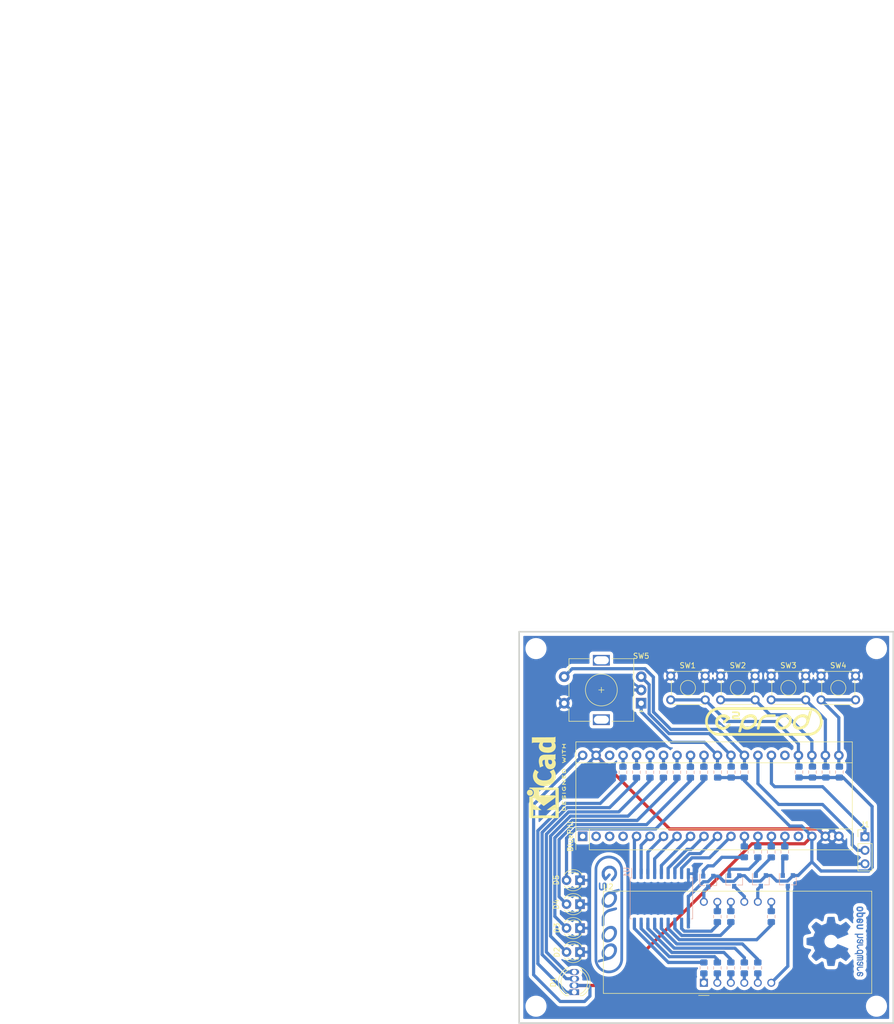
<source format=kicad_pcb>
(kicad_pcb (version 20171130) (host pcbnew 5.1.5+dfsg1-2)
  (layers (0 F.Cu signal) (31 B.Cu signal) (34 B.Paste user) (35 F.Paste user) (36 B.SilkS user) (37 F.SilkS user) (38 B.Mask user) (39 F.Mask user) (44 Edge.Cuts user))
  (net 0 "")
  (net 1 segE)
  (net 2 segD)
  (net 3 segC)
  (net 4 segP)
  (net 5 segB)
  (net 6 segA)
  (net 7 segF)
  (net 8 segG)
  (net 9 GND)
  (net 10 "Net-(D1-Pad3)")
  (net 11 "Net-(D1-Pad1)")
  (net 12 "Net-(D2-Pad2)")
  (net 13 "Net-(D3-Pad2)")
  (net 14 "Net-(D4-Pad2)")
  (net 15 "Net-(D5-Pad2)")
  (net 16 Rx)
  (net 17 Tx)
  (net 18 VCC)
  (net 19 "Net-(M1-Pad2)")
  (net 20 "Net-(M1-Pad3)")
  (net 21 "Net-(M1-Pad4)")
  (net 22 "Net-(M1-Pad5)")
  (net 23 "Net-(M1-Pad6)")
  (net 24 "Net-(M1-Pad7)")
  (net 25 "Net-(M1-Pad8)")
  (net 26 "Net-(M1-Pad9)")
  (net 27 "Net-(M1-Pad10)")
  (net 28 "Net-(M1-Pad11)")
  (net 29 "Net-(M1-Pad12)")
  (net 30 seg1)
  (net 31 seg2)
  (net 32 seg3)
  (net 33 seg4)
  (net 34 "Net-(M1-Pad17)")
  (net 35 ledr)
  (net 36 ledg)
  (net 37 ledb)
  (net 38 led1)
  (net 39 led2)
  (net 40 led3)
  (net 41 led4)
  (net 42 rotA)
  (net 43 rotB)
  (net 44 swr)
  (net 45 sw1)
  (net 46 sw2)
  (net 47 sw3)
  (net 48 sw4)
  (net 49 "Net-(R3-Pad1)")
  (net 50 "Net-(R4-Pad1)")
  (net 51 "Net-(R5-Pad1)")
  (net 52 "Net-(R6-Pad1)")
  (net 53 "Net-(R7-Pad1)")
  (net 54 "Net-(R8-Pad1)")
  (net 55 "Net-(R9-Pad1)")
  (net 56 "Net-(R10-Pad1)")
  (net 57 "Net-(Q1-Pad1)")
  (net 58 "Net-(Q2-Pad1)")
  (net 59 "Net-(Q3-Pad1)")
  (net 60 "Net-(Q4-Pad1)")
  (net 61 "Net-(D1-Pad4)")
  (net 62 "Net-(Q1-Pad3)")
  (net 63 "Net-(Q2-Pad3)")
  (net 64 "Net-(Q3-Pad3)")
  (net 65 "Net-(Q4-Pad3)")
  (net 66 "Net-(M1-Pad38)")
  (net 67 "Net-(M1-Pad1)")
  (net 68 "Net-(M1-Pad25)")
  (module e2prod:e2prod-silks (layer F.Cu) (at 155.956 75.311)
    (fp_text reference G*** hide)
    (fp_text value LOGO hide)
  )
  (module Resistor_SMD:R_0805_2012Metric_Pad1.15x1.40mm_HandSolder (layer B.Cu) (at 167.64 84.836 270)
    (fp_text reference R2 hide)
    (fp_text value 10k)
    (pad 2 smd roundrect (at 1.025 0 270) (size 1.15 1.4) (layers B.Cu B.Paste B.Mask) (roundrect_rratio 0.217391) (net 18 VCC))
    (pad 1 smd roundrect (at -1.025 0 270) (size 1.15 1.4) (layers B.Cu B.Paste B.Mask) (roundrect_rratio 0.217391) (net 47 sw3))
  )
  (module Resistor_SMD:R_0805_2012Metric_Pad1.15x1.40mm_HandSolder (layer B.Cu) (at 162.56 84.836 270)
    (fp_text reference R1 hide)
    (fp_text value 10k)
    (pad 2 smd roundrect (at 1.025 0 270) (size 1.15 1.4) (layers B.Cu B.Paste B.Mask) (roundrect_rratio 0.217391) (net 18 VCC))
    (pad 1 smd roundrect (at -1.025 0 270) (size 1.15 1.4) (layers B.Cu B.Paste B.Mask) (roundrect_rratio 0.217391) (net 45 sw1))
  )
  (module Resistor_SMD:R_0805_2012Metric_Pad1.15x1.40mm_HandSolder (layer B.Cu) (at 152.273 84.845 90)
    (fp_text reference R16 hide)
    (fp_text value 10k)
    (pad 2 smd roundrect (at 1.025 0 90) (size 1.15 1.4) (layers B.Cu B.Paste B.Mask) (roundrect_rratio 0.217391) (net 44 swr))
    (pad 1 smd roundrect (at -1.025 0 90) (size 1.15 1.4) (layers B.Cu B.Paste B.Mask) (roundrect_rratio 0.217391) (net 18 VCC))
  )
  (module Resistor_SMD:R_0805_2012Metric_Pad1.15x1.40mm_HandSolder (layer B.Cu) (at 149.7965 84.845 90)
    (fp_text reference R14 hide)
    (fp_text value 10k)
    (pad 2 smd roundrect (at 1.025 0 90) (size 1.15 1.4) (layers B.Cu B.Paste B.Mask) (roundrect_rratio 0.217391) (net 43 rotB))
    (pad 1 smd roundrect (at -1.025 0 90) (size 1.15 1.4) (layers B.Cu B.Paste B.Mask) (roundrect_rratio 0.217391) (net 18 VCC))
  )
  (module Resistor_SMD:R_0805_2012Metric_Pad1.15x1.40mm_HandSolder (layer B.Cu) (at 147.2565 84.845 270)
    (fp_text reference R13 hide)
    (fp_text value 10k)
    (pad 2 smd roundrect (at 1.025 0 270) (size 1.15 1.4) (layers B.Cu B.Paste B.Mask) (roundrect_rratio 0.217391) (net 18 VCC))
    (pad 1 smd roundrect (at -1.025 0 270) (size 1.15 1.4) (layers B.Cu B.Paste B.Mask) (roundrect_rratio 0.217391) (net 42 rotA))
  )
  (module Resistor_SMD:R_0805_2012Metric_Pad1.15x1.40mm_HandSolder (layer B.Cu) (at 170.18 84.836 270)
    (fp_text reference R12 hide)
    (fp_text value 10k)
    (pad 2 smd roundrect (at 1.025 0 270) (size 1.15 1.4) (layers B.Cu B.Paste B.Mask) (roundrect_rratio 0.217391) (net 18 VCC))
    (pad 1 smd roundrect (at -1.025 0 270) (size 1.15 1.4) (layers B.Cu B.Paste B.Mask) (roundrect_rratio 0.217391) (net 48 sw4))
  )
  (module Resistor_SMD:R_0805_2012Metric_Pad1.15x1.40mm_HandSolder (layer B.Cu) (at 165.1 84.836 270)
    (fp_text reference R11 hide)
    (fp_text value 10k)
    (pad 2 smd roundrect (at 1.025 0 270) (size 1.15 1.4) (layers B.Cu B.Paste B.Mask) (roundrect_rratio 0.217391) (net 18 VCC))
    (pad 1 smd roundrect (at -1.025 0 270) (size 1.15 1.4) (layers B.Cu B.Paste B.Mask) (roundrect_rratio 0.217391) (net 46 sw2))
  )
  (module MountingHole:MountingHole_2.7mm (layer F.Cu) (at 177.165 128.905)
    (fp_text reference REF** hide)
    (fp_text value MountingHole_2.7mm hide)
    (pad 1 np_thru_hole circle (at 0 0) (size 2.7 2.7) (drill 2.7) (layers *.Cu *.Mask))
  )
  (module Symbol:KiCad-Logo2_6mm_SilkScreen (layer F.Cu) (at 114.3 85.852 90)
    (fp_text reference REF** hide)
    (fp_text value KiCad-Logo2_6mm_SilkScreen hide)
  )
  (module Symbol:OSHW-Logo2_14.6x12mm_Copper (layer B.Cu) (at 169.545 116.713 270)
    (fp_text reference REF** hide)
    (fp_text value OSHW-Logo2_14.6x12mm_Copper hide)
    (fp_poly (pts (xy 0.209014 5.547002) (xy 0.367006 5.546137) (xy 0.481347 5.543795) (xy 0.559407 5.539238) (xy 0.608554 5.53173) (xy 0.636159 5.520534) (xy 0.649592 5.504912) (xy 0.656221 5.484127) (xy 0.656865 5.481437) (xy 0.666935 5.432887) (xy 0.685575 5.337095) (xy 0.710845 5.204257) (xy 0.740807 5.044569) (xy 0.773522 4.868226) (xy 0.774664 4.862033) (xy 0.807433 4.689218) (xy 0.838093 4.536531) (xy 0.864664 4.413129) (xy 0.885167 4.328169) (xy 0.897626 4.29081) (xy 0.89822 4.290148) (xy 0.934919 4.271905) (xy 1.010586 4.241503) (xy 1.108878 4.205507) (xy 1.109425 4.205315) (xy 1.233233 4.158778) (xy 1.379196 4.099496) (xy 1.516781 4.039891) (xy 1.523293 4.036944) (xy 1.74739 3.935235) (xy 2.243619 4.274103) (xy 2.395846 4.377408) (xy 2.533741 4.469763) (xy 2.649315 4.545916) (xy 2.734579 4.600615) (xy 2.781544 4.628607) (xy 2.786004 4.630683) (xy 2.820134 4.62144) (xy 2.883881 4.576844) (xy 2.979731 4.494791) (xy 3.110169 4.373179) (xy 3.243328 4.243795) (xy 3.371694 4.116298) (xy 3.486581 3.999954) (xy 3.581073 3.901948) (xy 3.648253 3.829464) (xy 3.681206 3.789687) (xy 3.682432 3.787639) (xy 3.686074 3.760344) (xy 3.67235 3.715766) (xy 3.637869 3.647888) (xy 3.579239 3.550689) (xy 3.49307 3.418149) (xy 3.3782 3.247524) (xy 3.276254 3.097345) (xy 3.185123 2.96265) (xy 3.110073 2.85126) (xy 3.056369 2.770995) (xy 3.02928 2.729675) (xy 3.027574 2.72687) (xy 3.030882 2.687279) (xy 3.055953 2.610331) (xy 3.097798 2.510568) (xy 3.112712 2.478709) (xy 3.177786 2.336774) (xy 3.247212 2.175727) (xy 3.303609 2.036379) (xy 3.344247 1.932956) (xy 3.376526 1.854358) (xy 3.395178 1.81328) (xy 3.397497 1.810115) (xy 3.431803 1.804872) (xy 3.512669 1.790506) (xy 3.629343 1.769063) (xy 3.771075 1.742587) (xy 3.92711 1.713123) (xy 4.086698 1.682717) (xy 4.239085 1.653412) (xy 4.373521 1.627255) (xy 4.479252 1.60629) (xy 4.545526 1.592561) (xy 4.561782 1.58868) (xy 4.578573 1.5791) (xy 4.591249 1.557464) (xy 4.600378 1.516469) (xy 4.606531 1.448811) (xy 4.61028 1.347188) (xy 4.612192 1.204297) (xy 4.61284 1.012835) (xy 4.612874 0.934355) (xy 4.612874 0.296094) (xy 4.459598 0.26584) (xy 4.374322 0.249436) (xy 4.24707 0.225491) (xy 4.093315 0.196893) (xy 3.928534 0.166533) (xy 3.882989 0.158194) (xy 3.730932 0.12863) (xy 3.598468 0.099558) (xy 3.496714 0.073671) (xy 3.436788 0.053663) (xy 3.426805 0.047699) (xy 3.402293 0.005466) (xy 3.367148 -0.07637) (xy 3.328173 -0.181683) (xy 3.320442 -0.204368) (xy 3.26936 -0.345018) (xy 3.205954 -0.503714) (xy 3.143904 -0.646225) (xy 3.143598 -0.646886) (xy 3.040267 -0.87044) (xy 3.719961 -1.870232) (xy 3.283621 -2.3073) (xy 3.151649 -2.437381) (xy 3.031279 -2.552048) (xy 2.929273 -2.645181) (xy 2.852391 -2.710658) (xy 2.807393 -2.742357) (xy 2.800938 -2.744368) (xy 2.76304 -2.728529) (xy 2.685708 -2.684496) (xy 2.577389 -2.61749) (xy 2.446532 -2.532734) (xy 2.305052 -2.437816) (xy 2.161461 -2.340998) (xy 2.033435 -2.256751) (xy 1.929105 -2.190258) (xy 1.8566 -2.146702) (xy 1.824158 -2.131264) (xy 1.784576 -2.144328) (xy 1.709519 -2.17875) (xy 1.614468 -2.22738) (xy 1.604392 -2.232785) (xy 1.476391 -2.29698) (xy 1.388618 -2.328463) (xy 1.334028 -2.328798) (xy 1.305575 -2.299548) (xy 1.30541 -2.299138) (xy 1.291188 -2.264498) (xy 1.257269 -2.182269) (xy 1.206284 -2.058814) (xy 1.140862 -1.900498) (xy 1.063634 -1.713686) (xy 0.977229 -1.504742) (xy 0.893551 -1.302446) (xy 0.801588 -1.0792) (xy 0.71715 -0.872392) (xy 0.642769 -0.688362) (xy 0.580974 -0.533451) (xy 0.534297 -0.413996) (xy 0.505268 -0.336339) (xy 0.496322 -0.307356) (xy 0.518756 -0.27411) (xy 0.577439 -0.221123) (xy 0.655689 -0.162704) (xy 0.878534 0.022048) (xy 1.052718 0.233818) (xy 1.176154 0.468144) (xy 1.246754 0.720566) (xy 1.262431 0.986623) (xy 1.251036 1.109425) (xy 1.18895 1.364207) (xy 1.082023 1.589199) (xy 0.936889 1.782183) (xy 0.760178 1.940939) (xy 0.558522 2.06325) (xy 0.338554 2.146895) (xy 0.106906 2.189656) (xy -0.129791 2.189313) (xy -0.364905 2.143648) (xy -0.591804 2.050441) (xy -0.803856 1.907473) (xy -0.892364 1.826617) (xy -1.062111 1.618993) (xy -1.180301 1.392105) (xy -1.247722 1.152567) (xy -1.26516 0.906993) (xy -1.233402 0.661997) (xy -1.153235 0.424192) (xy -1.025445 0.200193) (xy -0.85082 -0.003387) (xy -0.655688 -0.162704) (xy -0.574409 -0.223602) (xy -0.516991 -0.276015) (xy -0.496322 -0.307406) (xy -0.507144 -0.341639) (xy -0.537923 -0.423419) (xy -0.586126 -0.546407) (xy -0.649222 -0.704263) (xy -0.724678 -0.890649) (xy -0.809962 -1.099226) (xy -0.893781 -1.302496) (xy -0.986255 -1.525933) (xy -1.071911 -1.732984) (xy -1.148118 -1.917286) (xy -1.212247 -2.072475) (xy -1.261668 -2.192188) (xy -1.293752 -2.270061) (xy -1.305641 -2.299138) (xy -1.333726 -2.328677) (xy -1.388051 -2.328591) (xy -1.475605 -2.297326) (xy -1.603381 -2.233329) (xy -1.604392 -2.232785) (xy -1.700598 -2.183121) (xy -1.778369 -2.146945) (xy -1.822223 -2.131408) (xy -1.824158 -2.131264) (xy -1.857171 -2.147024) (xy -1.930054 -2.19085) (xy -2.034678 -2.257557) (xy -2.16291 -2.341964) (xy -2.305052 -2.437816) (xy -2.449767 -2.534867) (xy -2.580196 -2.61927) (xy -2.68789 -2.685801) (xy -2.764402 -2.729238) (xy -2.800938 -2.744368) (xy -2.834582 -2.724482) (xy -2.902224 -2.668903) (xy -2.997107 -2.583754) (xy -3.11247 -2.475153) (xy -3.241555 -2.349221) (xy -3.283771 -2.307149) (xy -3.720261 -1.869931) (xy -3.388023 -1.38234) (xy -3.287054 -1.232605) (xy -3.198438 -1.09822) (xy -3.127146 -0.986969) (xy -3.07815 -0.906639) (xy -3.056422 -0.865014) (xy -3.055785 -0.862053) (xy -3.06724 -0.822818) (xy -3.098051 -0.743895) (xy -3.142884 -0.638509) (xy -3.174353 -0.567954) (xy -3.233192 -0.432876) (xy -3.288604 -0.296409) (xy -3.331564 -0.181103) (xy -3.343234 -0.145977) (xy -3.376389 -0.052174) (xy -3.408799 0.020306) (xy -3.426601 0.047699) (xy -3.465886 0.064464) (xy -3.551626 0.08823) (xy -3.672697 0.116303) (xy -3.817973 0.145991) (xy -3.882988 0.158194) (xy -4.048087 0.188532) (xy -4.206448 0.217907) (xy -4.342596 0.243431) (xy -4.441057 0.262215) (xy -4.459598 0.26584) (xy -4.612873 0.296094) (xy -4.612873 0.934355) (xy -4.612529 1.14423) (xy -4.611116 1.30302) (xy -4.608064 1.418027) (xy -4.602803 1.496554) (xy -4.594763 1.545904) (xy -4.583373 1.573381) (xy -4.568063 1.586287) (xy -4.561782 1.58868) (xy -4.523896 1.597167) (xy -4.440195 1.6141) (xy -4.321433 1.637434) (xy -4.178361 1.665125) (xy -4.021732 1.695127) (xy -3.862297 1.725396) (xy -3.710809 1.753885) (xy -3.578019 1.778551) (xy -3.474681 1.797349) (xy -3.411545 1.808233) (xy -3.397497 1.810115) (xy -3.38477 1.835296) (xy -3.3566 1.902378) (xy -3.318252 1.998667) (xy -3.303609 2.036379) (xy -3.244548 2.182079) (xy -3.175 2.343049) (xy -3.112712 2.478709) (xy -3.066879 2.582439) (xy -3.036387 2.667674) (xy -3.026208 2.719874) (xy -3.027831 2.72687) (xy -3.049343 2.759898) (xy -3.098465 2.833357) (xy -3.169923 2.939423) (xy -3.258445 3.070274) (xy -3.358759 3.218088) (xy -3.378594 3.247266) (xy -3.494988 3.420137) (xy -3.580548 3.551774) (xy -3.638684 3.648239) (xy -3.672808 3.715592) (xy -3.686331 3.759894) (xy -3.682664 3.787206) (xy -3.68257 3.78738) (xy -3.653707 3.823254) (xy -3.589867 3.892609) (xy -3.497969 3.988255) (xy -3.384933 4.103001) (xy -3.257679 4.229659) (xy -3.243328 4.243795) (xy -3.082957 4.399097) (xy -2.959195 4.51313) (xy -2.869555 4.587998) (xy -2.811552 4.625804) (xy -2.786004 4.630683) (xy -2.748718 4.609397) (xy -2.671343 4.560227) (xy -2.561867 4.488425) (xy -2.42828 4.399245) (xy -2.27857 4.297937) (xy -2.243618 4.274103) (xy -1.74739 3.935235) (xy -1.523293 4.036944) (xy -1.387011 4.096217) (xy -1.240724 4.15583) (xy -1.114965 4.20336) (xy -1.109425 4.205315) (xy -1.011057 4.241323) (xy -0.935229 4.271771) (xy -0.898282 4.290095) (xy -0.89822 4.290148) (xy -0.886496 4.323271) (xy -0.866568 4.404733) (xy -0.840413 4.525375) (xy -0.81001 4.676041) (xy -0.777337 4.847572) (xy -0.774664 4.862033) (xy -0.74189 5.038765) (xy -0.711802 5.19919) (xy -0.686339 5.333112) (xy -0.667441 5.430337) (xy -0.657047 5.480668) (xy -0.656865 5.481437) (xy -0.650539 5.502847) (xy -0.638239 5.519012) (xy -0.612594 5.530669) (xy -0.566235 5.538555) (xy -0.491792 5.543407) (xy -0.381895 5.545961) (xy -0.229175 5.546955) (xy -0.026262 5.547126) (xy 0 5.547126) (xy 0.209014 5.547002)) (layer B.Cu) (width 0.01))
    (fp_poly (pts (xy 6.343439 -3.95654) (xy 6.45895 -4.032034) (xy 6.514664 -4.099617) (xy 6.558804 -4.222255) (xy 6.562309 -4.319298) (xy 6.554368 -4.449056) (xy 6.255115 -4.580039) (xy 6.109611 -4.646958) (xy 6.014537 -4.70079) (xy 5.965101 -4.747416) (xy 5.956511 -4.79272) (xy 5.983972 -4.842582) (xy 6.014253 -4.875632) (xy 6.102363 -4.928633) (xy 6.198196 -4.932347) (xy 6.286212 -4.891041) (xy 6.350869 -4.808983) (xy 6.362433 -4.780008) (xy 6.417825 -4.689509) (xy 6.481553 -4.65094) (xy 6.568966 -4.617946) (xy 6.568966 -4.743034) (xy 6.561238 -4.828156) (xy 6.530966 -4.899938) (xy 6.467518 -4.982356) (xy 6.458088 -4.993066) (xy 6.387513 -5.066391) (xy 6.326847 -5.105742) (xy 6.25095 -5.123845) (xy 6.18803 -5.129774) (xy 6.075487 -5.131251) (xy 5.99537 -5.112535) (xy 5.94539 -5.084747) (xy 5.866838 -5.023641) (xy 5.812463 -4.957554) (xy 5.778052 -4.874441) (xy 5.759388 -4.762254) (xy 5.752256 -4.608946) (xy 5.751687 -4.531136) (xy 5.753622 -4.437853) (xy 5.929899 -4.437853) (xy 5.931944 -4.487896) (xy 5.937039 -4.496092) (xy 5.970666 -4.484958) (xy 6.04303 -4.455493) (xy 6.139747 -4.413601) (xy 6.159973 -4.404597) (xy 6.282203 -4.342442) (xy 6.349547 -4.287815) (xy 6.364348 -4.236649) (xy 6.328947 -4.184876) (xy 6.299711 -4.162) (xy 6.194216 -4.11625) (xy 6.095476 -4.123808) (xy 6.012812 -4.179651) (xy 5.955548 -4.278753) (xy 5.937188 -4.357414) (xy 5.929899 -4.437853) (xy 5.753622 -4.437853) (xy 5.755459 -4.349351) (xy 5.769359 -4.214853) (xy 5.796894 -4.116916) (xy 5.841572 -4.044811) (xy 5.906901 -3.987813) (xy 5.935383 -3.969393) (xy 6.064763 -3.921422) (xy 6.206412 -3.918403) (xy 6.343439 -3.95654)) (layer B.Cu) (width 0.01))
    (fp_poly (pts (xy 5.33569 -3.940018) (xy 5.370585 -3.955269) (xy 5.453877 -4.021235) (xy 5.525103 -4.116618) (xy 5.569153 -4.218406) (xy 5.576322 -4.268587) (xy 5.552285 -4.338647) (xy 5.499561 -4.375717) (xy 5.443031 -4.398164) (xy 5.417146 -4.4023) (xy 5.404542 -4.372283) (xy 5.379654 -4.306961) (xy 5.368735 -4.277445) (xy 5.307508 -4.175348) (xy 5.218861 -4.124423) (xy 5.105193 -4.125989) (xy 5.096774 -4.127994) (xy 5.036088 -4.156767) (xy 4.991474 -4.212859) (xy 4.961002 -4.303163) (xy 4.942744 -4.434571) (xy 4.934771 -4.613974) (xy 4.934023 -4.709433) (xy 4.933652 -4.859913) (xy 4.931223 -4.962495) (xy 4.92476 -5.027672) (xy 4.912288 -5.065938) (xy 4.891833 -5.087785) (xy 4.861419 -5.103707) (xy 4.859661 -5.104509) (xy 4.801091 -5.129272) (xy 4.772075 -5.138391) (xy 4.767616 -5.110822) (xy 4.763799 -5.03462) (xy 4.760899 -4.919541) (xy 4.759191 -4.775341) (xy 4.758851 -4.669814) (xy 4.760588 -4.465613) (xy 4.767382 -4.310697) (xy 4.781607 -4.196024) (xy 4.805638 -4.112551) (xy 4.841848 -4.051236) (xy 4.892612 -4.003034) (xy 4.942739 -3.969393) (xy 5.063275 -3.924619) (xy 5.203557 -3.914521) (xy 5.33569 -3.940018)) (layer B.Cu) (width 0.01))
    (fp_poly (pts (xy 4.314406 -3.935156) (xy 4.398469 -3.973393) (xy 4.46445 -4.019726) (xy 4.512794 -4.071532) (xy 4.546172 -4.138363) (xy 4.567253 -4.229769) (xy 4.578707 -4.355301) (xy 4.583203 -4.524508) (xy 4.583678 -4.635933) (xy 4.583678 -5.070627) (xy 4.509316 -5.104509) (xy 4.450746 -5.129272) (xy 4.42173 -5.138391) (xy 4.416179 -5.111257) (xy 4.411775 -5.038094) (xy 4.409078 -4.931263) (xy 4.408506 -4.846437) (xy 4.406046 -4.723887) (xy 4.399412 -4.626668) (xy 4.389726 -4.567134) (xy 4.382032 -4.554483) (xy 4.330311 -4.567402) (xy 4.249117 -4.600539) (xy 4.155102 -4.645461) (xy 4.064917 -4.693735) (xy 3.995215 -4.736928) (xy 3.962648 -4.766608) (xy 3.962519 -4.766929) (xy 3.96532 -4.821857) (xy 3.990439 -4.874292) (xy 4.034541 -4.916881) (xy 4.098909 -4.931126) (xy 4.153921 -4.929466) (xy 4.231835 -4.928245) (xy 4.272732 -4.946498) (xy 4.297295 -4.994726) (xy 4.300392 -5.00382) (xy 4.31104 -5.072598) (xy 4.282565 -5.11436) (xy 4.208344 -5.134263) (xy 4.128168 -5.137944) (xy 3.98389 -5.110658) (xy 3.909203 -5.07169) (xy 3.816963 -4.980148) (xy 3.768043 -4.867782) (xy 3.763654 -4.749051) (xy 3.805001 -4.638411) (xy 3.867197 -4.56908) (xy 3.929294 -4.530265) (xy 4.026895 -4.481125) (xy 4.140632 -4.431292) (xy 4.15959 -4.423677) (xy 4.284521 -4.368545) (xy 4.356539 -4.319954) (xy 4.3797 -4.271647) (xy 4.358064 -4.21737) (xy 4.32092 -4.174943) (xy 4.233127 -4.122702) (xy 4.13653 -4.118784) (xy 4.047944 -4.159041) (xy 3.984186 -4.239326) (xy 3.975817 -4.26004) (xy 3.927096 -4.336225) (xy 3.855965 -4.392785) (xy 3.766207 -4.439201) (xy 3.766207 -4.307584) (xy 3.77149 -4.227168) (xy 3.794142 -4.163786) (xy 3.844367 -4.096163) (xy 3.892582 -4.044076) (xy 3.967554 -3.970322) (xy 4.025806 -3.930702) (xy 4.088372 -3.91481) (xy 4.159193 -3.912184) (xy 4.314406 -3.935156)) (layer B.Cu) (width 0.01))
    (fp_poly (pts (xy 3.580124 -3.93984) (xy 3.584579 -4.016653) (xy 3.588071 -4.133391) (xy 3.590315 -4.280821) (xy 3.591035 -4.435455) (xy 3.591035 -4.958727) (xy 3.498645 -5.051117) (xy 3.434978 -5.108047) (xy 3.379089 -5.131107) (xy 3.302702 -5.129647) (xy 3.27238 -5.125934) (xy 3.17761 -5.115126) (xy 3.099222 -5.108933) (xy 3.080115 -5.108361) (xy 3.015699 -5.112102) (xy 2.923571 -5.121494) (xy 2.88785 -5.125934) (xy 2.800114 -5.132801) (xy 2.741153 -5.117885) (xy 2.68269 -5.071835) (xy 2.661585 -5.051117) (xy 2.569195 -4.958727) (xy 2.569195 -3.979947) (xy 2.643558 -3.946066) (xy 2.70759 -3.92097) (xy 2.745052 -3.912184) (xy 2.754657 -3.93995) (xy 2.763635 -4.01753) (xy 2.771386 -4.136348) (xy 2.777314 -4.287828) (xy 2.780173 -4.415805) (xy 2.788161 -4.919425) (xy 2.857848 -4.929278) (xy 2.921229 -4.922389) (xy 2.952286 -4.900083) (xy 2.960967 -4.858379) (xy 2.968378 -4.769544) (xy 2.973931 -4.644834) (xy 2.977036 -4.495507) (xy 2.977484 -4.418661) (xy 2.977931 -3.976287) (xy 3.069874 -3.944235) (xy 3.134949 -3.922443) (xy 3.170347 -3.912281) (xy 3.171368 -3.912184) (xy 3.17492 -3.939809) (xy 3.178823 -4.016411) (xy 3.182751 -4.132579) (xy 3.186376 -4.278904) (xy 3.188908 -4.415805) (xy 3.196897 -4.919425) (xy 3.372069 -4.919425) (xy 3.380107 -4.459965) (xy 3.388146 -4.000505) (xy 3.473543 -3.956344) (xy 3.536593 -3.926019) (xy 3.57391 -3.912258) (xy 3.574987 -3.912184) (xy 3.580124 -3.93984)) (layer B.Cu) (width 0.01))
    (fp_poly (pts (xy 2.393914 -4.154455) (xy 2.393543 -4.372661) (xy 2.392108 -4.540519) (xy 2.389002 -4.66607) (xy 2.383622 -4.757355) (xy 2.375362 -4.822415) (xy 2.363616 -4.869291) (xy 2.347781 -4.906024) (xy 2.33579 -4.926991) (xy 2.23649 -5.040694) (xy 2.110588 -5.111965) (xy 1.971291 -5.137538) (xy 1.831805 -5.11415) (xy 1.748743 -5.072119) (xy 1.661545 -4.999411) (xy 1.602117 -4.910612) (xy 1.566261 -4.79432) (xy 1.549781 -4.639135) (xy 1.547447 -4.525287) (xy 1.547761 -4.517106) (xy 1.751724 -4.517106) (xy 1.75297 -4.647657) (xy 1.758678 -4.73408) (xy 1.771804 -4.790618) (xy 1.795306 -4.831514) (xy 1.823386 -4.862362) (xy 1.917688 -4.921905) (xy 2.01894 -4.926992) (xy 2.114636 -4.877279) (xy 2.122084 -4.870543) (xy 2.153874 -4.835502) (xy 2.173808 -4.793811) (xy 2.1846 -4.731762) (xy 2.188965 -4.635644) (xy 2.189655 -4.529379) (xy 2.188159 -4.39588) (xy 2.181964 -4.306822) (xy 2.168514 -4.248293) (xy 2.145251 -4.206382) (xy 2.126175 -4.184123) (xy 2.037563 -4.127985) (xy 1.935508 -4.121235) (xy 1.838095 -4.164114) (xy 1.819296 -4.180032) (xy 1.787293 -4.215382) (xy 1.767318 -4.257502) (xy 1.756593 -4.320251) (xy 1.752339 -4.417487) (xy 1.751724 -4.517106) (xy 1.547761 -4.517106) (xy 1.554504 -4.341947) (xy 1.578472 -4.204195) (xy 1.623548 -4.100632) (xy 1.693928 -4.019856) (xy 1.748743 -3.978455) (xy 1.848376 -3.933728) (xy 1.963855 -3.912967) (xy 2.071199 -3.918525) (xy 2.131264 -3.940943) (xy 2.154835 -3.947323) (xy 2.170477 -3.923535) (xy 2.181395 -3.859788) (xy 2.189655 -3.762687) (xy 2.198699 -3.654541) (xy 2.211261 -3.589475) (xy 2.234119 -3.552268) (xy 2.274051 -3.527699) (xy 2.299138 -3.516819) (xy 2.394023 -3.477072) (xy 2.393914 -4.154455)) (layer B.Cu) (width 0.01))
    (fp_poly (pts (xy 1.065943 -3.92192) (xy 1.198565 -3.970859) (xy 1.30601 -4.057419) (xy 1.348032 -4.118352) (xy 1.393843 -4.230161) (xy 1.392891 -4.311006) (xy 1.344808 -4.365378) (xy 1.327017 -4.374624) (xy 1.250204 -4.40345) (xy 1.210976 -4.396065) (xy 1.197689 -4.347658) (xy 1.197012 -4.32092) (xy 1.172686 -4.222548) (xy 1.109281 -4.153734) (xy 1.021154 -4.120498) (xy 0.922663 -4.128861) (xy 0.842602 -4.172296) (xy 0.815561 -4.197072) (xy 0.796394 -4.227129) (xy 0.783446 -4.272565) (xy 0.775064 -4.343476) (xy 0.769593 -4.44996) (xy 0.765378 -4.602112) (xy 0.764287 -4.650287) (xy 0.760307 -4.815095) (xy 0.755781 -4.931088) (xy 0.748995 -5.007833) (xy 0.738231 -5.054893) (xy 0.721773 -5.081835) (xy 0.697906 -5.098223) (xy 0.682626 -5.105463) (xy 0.617733 -5.13022) (xy 0.579534 -5.138391) (xy 0.566912 -5.111103) (xy 0.559208 -5.028603) (xy 0.55638 -4.889941) (xy 0.558386 -4.694162) (xy 0.559011 -4.663965) (xy 0.563421 -4.485349) (xy 0.568635 -4.354923) (xy 0.576055 -4.262492) (xy 0.587082 -4.197858) (xy 0.603117 -4.150825) (xy 0.625561 -4.111196) (xy 0.637302 -4.094215) (xy 0.704619 -4.01908) (xy 0.77991 -3.960638) (xy 0.789128 -3.955536) (xy 0.924133 -3.91526) (xy 1.065943 -3.92192)) (layer B.Cu) (width 0.01))
    (fp_poly (pts (xy 0.079944 -3.92436) (xy 0.194343 -3.966842) (xy 0.195652 -3.967658) (xy 0.266403 -4.01973) (xy 0.318636 -4.080584) (xy 0.355371 -4.159887) (xy 0.379634 -4.267309) (xy 0.394445 -4.412517) (xy 0.402829 -4.605179) (xy 0.403564 -4.632628) (xy 0.41412 -5.046521) (xy 0.325291 -5.092456) (xy 0.261018 -5.123498) (xy 0.22221 -5.138206) (xy 0.220415 -5.138391) (xy 0.2137 -5.11125) (xy 0.208365 -5.038041) (xy 0.205083 -4.931081) (xy 0.204368 -4.844469) (xy 0.204351 -4.704162) (xy 0.197937 -4.616051) (xy 0.17558 -4.574025) (xy 0.127732 -4.571975) (xy 0.044849 -4.60379) (xy -0.080287 -4.662272) (xy -0.172303 -4.710845) (xy -0.219629 -4.752986) (xy -0.233542 -4.798916) (xy -0.233563 -4.801189) (xy -0.210605 -4.880311) (xy -0.14263 -4.923055) (xy -0.038602 -4.929246) (xy 0.03633 -4.928172) (xy 0.075839 -4.949753) (xy 0.100478 -5.001591) (xy 0.114659 -5.067632) (xy 0.094223 -5.105104) (xy 0.086528 -5.110467) (xy 0.014083 -5.132006) (xy -0.087367 -5.135055) (xy -0.191843 -5.120778) (xy -0.265875 -5.094688) (xy -0.368228 -5.007785) (xy -0.426409 -4.886816) (xy -0.437931 -4.792308) (xy -0.429138 -4.707062) (xy -0.39732 -4.637476) (xy -0.334316 -4.575672) (xy -0.231969 -4.513772) (xy -0.082118 -4.443897) (xy -0.072988 -4.439948) (xy 0.061997 -4.377588) (xy 0.145294 -4.326446) (xy 0.180997 -4.280488) (xy 0.173203 -4.233683) (xy 0.126007 -4.179998) (xy 0.111894 -4.167644) (xy 0.017359 -4.119741) (xy -0.080594 -4.121758) (xy -0.165903 -4.168724) (xy -0.222504 -4.255669) (xy -0.227763 -4.272734) (xy -0.278977 -4.355504) (xy -0.343963 -4.395372) (xy -0.437931 -4.434882) (xy -0.437931 -4.332658) (xy -0.409347 -4.184072) (xy -0.324505 -4.047784) (xy -0.280355 -4.002191) (xy -0.179995 -3.943674) (xy -0.052365 -3.917184) (xy 0.079944 -3.92436)) (layer B.Cu) (width 0.01))
    (fp_poly (pts (xy -1.255402 -3.723857) (xy -1.246846 -3.843188) (xy -1.237019 -3.913506) (xy -1.223401 -3.944179) (xy -1.203473 -3.944571) (xy -1.197011 -3.94091) (xy -1.11106 -3.914398) (xy -0.999255 -3.915946) (xy -0.885586 -3.943199) (xy -0.81449 -3.978455) (xy -0.741595 -4.034778) (xy -0.688307 -4.098519) (xy -0.651725 -4.17951) (xy -0.62895 -4.287586) (xy -0.617081 -4.43258) (xy -0.613218 -4.624326) (xy -0.613149 -4.661109) (xy -0.613103 -5.074288) (xy -0.705046 -5.106339) (xy -0.770348 -5.128144) (xy -0.806176 -5.138297) (xy -0.80723 -5.138391) (xy -0.810758 -5.11086) (xy -0.813761 -5.034923) (xy -0.81601 -4.920565) (xy -0.817276 -4.777769) (xy -0.817471 -4.690951) (xy -0.817877 -4.519773) (xy -0.819968 -4.397088) (xy -0.825053 -4.313) (xy -0.83444 -4.257614) (xy -0.849439 -4.221032) (xy -0.871358 -4.193359) (xy -0.885043 -4.180032) (xy -0.979051 -4.126328) (xy -1.081636 -4.122307) (xy -1.17471 -4.167725) (xy -1.191922 -4.184123) (xy -1.217168 -4.214957) (xy -1.23468 -4.251531) (xy -1.245858 -4.304415) (xy -1.252104 -4.384177) (xy -1.254818 -4.501385) (xy -1.255402 -4.662991) (xy -1.255402 -5.074288) (xy -1.347345 -5.106339) (xy -1.412647 -5.128144) (xy -1.448475 -5.138297) (xy -1.449529 -5.138391) (xy -1.452225 -5.110448) (xy -1.454655 -5.03163) (xy -1.456722 -4.909453) (xy -1.458329 -4.751432) (xy -1.459377 -4.565083) (xy -1.459769 -4.35792) (xy -1.45977 -4.348706) (xy -1.45977 -3.55902) (xy -1.364885 -3.518997) (xy -1.27 -3.478973) (xy -1.255402 -3.723857)) (layer B.Cu) (width 0.01))
    (fp_poly (pts (xy -3.684448 -3.884676) (xy -3.569342 -3.962111) (xy -3.480389 -4.073949) (xy -3.427251 -4.216265) (xy -3.416503 -4.321015) (xy -3.417724 -4.364726) (xy -3.427944 -4.398194) (xy -3.456039 -4.428179) (xy -3.510884 -4.46144) (xy -3.601355 -4.504738) (xy -3.736328 -4.564833) (xy -3.737011 -4.565134) (xy -3.861249 -4.622037) (xy -3.963127 -4.672565) (xy -4.032233 -4.71128) (xy -4.058154 -4.73274) (xy -4.058161 -4.732913) (xy -4.035315 -4.779644) (xy -3.981891 -4.831154) (xy -3.920558 -4.868261) (xy -3.889485 -4.875632) (xy -3.804711 -4.850138) (xy -3.731707 -4.786291) (xy -3.696087 -4.716094) (xy -3.66182 -4.664343) (xy -3.594697 -4.605409) (xy -3.515792 -4.554496) (xy -3.446179 -4.526809) (xy -3.431623 -4.525287) (xy -3.415237 -4.550321) (xy -3.41425 -4.614311) (xy -3.426292 -4.700593) (xy -3.448993 -4.792501) (xy -3.479986 -4.873369) (xy -3.481552 -4.876509) (xy -3.574819 -5.006734) (xy -3.695696 -5.095311) (xy -3.832973 -5.138786) (xy -3.97544 -5.133706) (xy -4.111888 -5.076616) (xy -4.117955 -5.072602) (xy -4.22529 -4.975326) (xy -4.295868 -4.848409) (xy -4.334926 -4.681526) (xy -4.340168 -4.634639) (xy -4.349452 -4.413329) (xy -4.338322 -4.310124) (xy -4.058161 -4.310124) (xy -4.054521 -4.374503) (xy -4.034611 -4.393291) (xy -3.984974 -4.379235) (xy -3.906733 -4.346009) (xy -3.819274 -4.304359) (xy -3.817101 -4.303256) (xy -3.74297 -4.264265) (xy -3.713219 -4.238244) (xy -3.720555 -4.210965) (xy -3.751447 -4.175121) (xy -3.83004 -4.123251) (xy -3.914677 -4.119439) (xy -3.990597 -4.157189) (xy -4.043035 -4.230001) (xy -4.058161 -4.310124) (xy -4.338322 -4.310124) (xy -4.330356 -4.236261) (xy -4.281366 -4.095829) (xy -4.213164 -3.997447) (xy -4.090065 -3.89803) (xy -3.954472 -3.848711) (xy -3.816045 -3.845568) (xy -3.684448 -3.884676)) (layer B.Cu) (width 0.01))
    (fp_poly (pts (xy -5.951779 -3.866015) (xy -5.814939 -3.937968) (xy -5.713949 -4.053766) (xy -5.678075 -4.128213) (xy -5.650161 -4.239992) (xy -5.635871 -4.381227) (xy -5.634516 -4.535371) (xy -5.645405 -4.685879) (xy -5.667847 -4.816205) (xy -5.70115 -4.909803) (xy -5.711385 -4.925922) (xy -5.832618 -5.046249) (xy -5.976613 -5.118317) (xy -6.132861 -5.139408) (xy -6.290852 -5.106802) (xy -6.33482 -5.087253) (xy -6.420444 -5.027012) (xy -6.495592 -4.947135) (xy -6.502694 -4.937004) (xy -6.531561 -4.888181) (xy -6.550643 -4.83599) (xy -6.561916 -4.767285) (xy -6.567355 -4.668918) (xy -6.568938 -4.527744) (xy -6.568965 -4.496092) (xy -6.568893 -4.486019) (xy -6.277011 -4.486019) (xy -6.275313 -4.619256) (xy -6.268628 -4.707674) (xy -6.254575 -4.764785) (xy -6.230771 -4.804102) (xy -6.218621 -4.817241) (xy -6.148764 -4.867172) (xy -6.080941 -4.864895) (xy -6.012365 -4.821584) (xy -5.971465 -4.775346) (xy -5.947242 -4.707857) (xy -5.933639 -4.601433) (xy -5.932706 -4.58902) (xy -5.930384 -4.396147) (xy -5.95465 -4.2529) (xy -6.005176 -4.16016) (xy -6.081632 -4.118807) (xy -6.108924 -4.116552) (xy -6.180589 -4.127893) (xy -6.22961 -4.167184) (xy -6.259582 -4.242326) (xy -6.274101 -4.361222) (xy -6.277011 -4.486019) (xy -6.568893 -4.486019) (xy -6.567878 -4.345659) (xy -6.563312 -4.240549) (xy -6.553312 -4.167714) (xy -6.535921 -4.114108) (xy -6.509184 -4.066681) (xy -6.503276 -4.057864) (xy -6.403968 -3.939007) (xy -6.295758 -3.870008) (xy -6.164019 -3.842619) (xy -6.119283 -3.841281) (xy -5.951779 -3.866015)) (layer B.Cu) (width 0.01))
    (fp_poly (pts (xy -2.582571 -3.877719) (xy -2.488877 -3.931914) (xy -2.423736 -3.985707) (xy -2.376093 -4.042066) (xy -2.343272 -4.110987) (xy -2.322594 -4.202468) (xy -2.31138 -4.326506) (xy -2.306951 -4.493098) (xy -2.306437 -4.612851) (xy -2.306437 -5.053659) (xy -2.430517 -5.109283) (xy -2.554598 -5.164907) (xy -2.569195 -4.682095) (xy -2.575227 -4.501779) (xy -2.581555 -4.370901) (xy -2.589394 -4.280511) (xy -2.599963 -4.221664) (xy -2.614477 -4.185413) (xy -2.634152 -4.16281) (xy -2.640465 -4.157917) (xy -2.736112 -4.119706) (xy -2.832793 -4.134827) (xy -2.890345 -4.174943) (xy -2.913755 -4.20337) (xy -2.929961 -4.240672) (xy -2.940259 -4.297223) (xy -2.945951 -4.383394) (xy -2.948336 -4.509558) (xy -2.948736 -4.641042) (xy -2.948814 -4.805999) (xy -2.951639 -4.922761) (xy -2.961093 -5.00151) (xy -2.98106 -5.052431) (xy -3.015424 -5.085706) (xy -3.068068 -5.11152) (xy -3.138383 -5.138344) (xy -3.21518 -5.167542) (xy -3.206038 -4.649346) (xy -3.202357 -4.462539) (xy -3.19805 -4.32449) (xy -3.191877 -4.225568) (xy -3.182598 -4.156145) (xy -3.168973 -4.10659) (xy -3.149761 -4.067273) (xy -3.126598 -4.032584) (xy -3.014848 -3.92177) (xy -2.878487 -3.857689) (xy -2.730175 -3.842339) (xy -2.582571 -3.877719)) (layer B.Cu) (width 0.01))
    (fp_poly (pts (xy -4.8281 -3.861903) (xy -4.71655 -3.917522) (xy -4.618092 -4.019931) (xy -4.590977 -4.057864) (xy -4.561438 -4.1075) (xy -4.542272 -4.161412) (xy -4.531307 -4.233364) (xy -4.526371 -4.337122) (xy -4.525287 -4.474101) (xy -4.530182 -4.661815) (xy -4.547196 -4.802758) (xy -4.579823 -4.907908) (xy -4.631558 -4.988243) (xy -4.705896 -5.054741) (xy -4.711358 -5.058678) (xy -4.78462 -5.098953) (xy -4.87284 -5.11888) (xy -4.985038 -5.123793) (xy -5.167433 -5.123793) (xy -5.167509 -5.300857) (xy -5.169207 -5.39947) (xy -5.17955 -5.457314) (xy -5.206578 -5.492006) (xy -5.258332 -5.521164) (xy -5.270761 -5.527121) (xy -5.328923 -5.555039) (xy -5.373956 -5.572672) (xy -5.407441 -5.574194) (xy -5.430962 -5.553781) (xy -5.4461 -5.505607) (xy -5.454437 -5.423846) (xy -5.457556 -5.302672) (xy -5.45704 -5.13626) (xy -5.454471 -4.918785) (xy -5.453668 -4.853736) (xy -5.450778 -4.629502) (xy -5.448188 -4.482821) (xy -5.167586 -4.482821) (xy -5.166009 -4.607326) (xy -5.159 -4.688787) (xy -5.143142 -4.742515) (xy -5.115019 -4.783823) (xy -5.095925 -4.803971) (xy -5.017865 -4.862921) (xy -4.948753 -4.86772) (xy -4.87744 -4.819038) (xy -4.875632 -4.817241) (xy -4.846617 -4.779618) (xy -4.828967 -4.728484) (xy -4.820064 -4.649738) (xy -4.817291 -4.529276) (xy -4.817241 -4.502588) (xy -4.823942 -4.336583) (xy -4.845752 -4.221505) (xy -4.885235 -4.151254) (xy -4.944956 -4.119729) (xy -4.979472 -4.116552) (xy -5.061389 -4.13146) (xy -5.117579 -4.180548) (xy -5.151402 -4.270362) (xy -5.16622 -4.407445) (xy -5.167586 -4.482821) (xy -5.448188 -4.482821) (xy -5.447713 -4.455952) (xy -5.443753 -4.325382) (xy -5.438174 -4.230087) (xy -5.430254 -4.162364) (xy -5.419269 -4.114507) (xy -5.404499 -4.078813) (xy -5.385218 -4.047578) (xy -5.376951 -4.035824) (xy -5.267288 -3.924797) (xy -5.128635 -3.861847) (xy -4.968246 -3.844297) (xy -4.8281 -3.861903)) (layer B.Cu) (width 0.01))
  )
  (module e2prod:e2prod-cu (layer B.Cu) (at 126.746 111.633 270)
    (fp_text reference G*** hide)
    (fp_text value LOGO hide)
    (fp_poly (pts (xy -5.316681 1.878041) (xy -5.208803 1.875019) (xy -5.112934 1.870434) (xy -5.034805 1.864259) (xy -5.01489 1.861993) (xy -4.870596 1.835929) (xy -4.754564 1.796421) (xy -4.663173 1.741448) (xy -4.592804 1.668987) (xy -4.552597 1.603826) (xy -4.523038 1.517811) (xy -4.509051 1.413003) (xy -4.511349 1.301041) (xy -4.528073 1.203225) (xy -4.566612 1.09512) (xy -4.62152 1.013434) (xy -4.696291 0.953261) (xy -4.712681 0.944041) (xy -4.736122 0.93249) (xy -4.760857 0.923423) (xy -4.791382 0.916432) (xy -4.832193 0.91111) (xy -4.887786 0.907047) (xy -4.962659 0.903836) (xy -5.061307 0.901069) (xy -5.188227 0.898337) (xy -5.223934 0.89763) (xy -5.343435 0.894794) (xy -5.452241 0.891271) (xy -5.545615 0.887291) (xy -5.618825 0.883081) (xy -5.667133 0.878873) (xy -5.685367 0.875301) (xy -5.70576 0.844529) (xy -5.705401 0.801288) (xy -5.686444 0.758052) (xy -5.660749 0.732758) (xy -5.644332 0.723951) (xy -5.622312 0.716941) (xy -5.590756 0.711475) (xy -5.54573 0.707299) (xy -5.483302 0.70416) (xy -5.399536 0.701804) (xy -5.2905 0.699979) (xy -5.152261 0.698432) (xy -5.123116 0.698156) (xy -4.995588 0.696688) (xy -4.877637 0.694797) (xy -4.773929 0.692599) (xy -4.68913 0.690212) (xy -4.627904 0.687751) (xy -4.594916 0.685335) (xy -4.592051 0.684853) (xy -4.556935 0.661826) (xy -4.528659 0.617253) (xy -4.512885 0.563432) (xy -4.51435 0.516057) (xy -4.535385 0.474843) (xy -4.56772 0.439999) (xy -4.581201 0.430582) (xy -4.597556 0.423127) (xy -4.620585 0.417422) (xy -4.654084 0.413254) (xy -4.701854 0.410409) (xy -4.76769 0.408677) (xy -4.855393 0.407843) (xy -4.96876 0.407695) (xy -5.11159 0.40802) (xy -5.137317 0.408101) (xy -5.270759 0.409004) (xy -5.395948 0.410742) (xy -5.508134 0.413183) (xy -5.602569 0.41619) (xy -5.674503 0.419629) (xy -5.719186 0.423364) (xy -5.728251 0.424885) (xy -5.836312 0.464214) (xy -5.918247 0.525053) (xy -5.973932 0.607216) (xy -6.003244 0.710514) (xy -6.006059 0.83476) (xy -6.005153 0.845418) (xy -5.98284 0.965788) (xy -5.94049 1.05908) (xy -5.877904 1.125664) (xy -5.842646 1.147234) (xy -5.818431 1.158761) (xy -5.794081 1.167695) (xy -5.765096 1.174367) (xy -5.726976 1.179105) (xy -5.67522 1.182239) (xy -5.60533 1.184098) (xy -5.512805 1.185013) (xy -5.393146 1.185312) (xy -5.322336 1.185334) (xy -5.188263 1.185396) (xy -5.084026 1.185799) (xy -5.005595 1.186871) (xy -4.948938 1.188938) (xy -4.910024 1.192327) (xy -4.884825 1.197366) (xy -4.869307 1.204381) (xy -4.859442 1.213699) (xy -4.852647 1.223434) (xy -4.825566 1.28853) (xy -4.814195 1.367841) (xy -4.820423 1.444664) (xy -4.825524 1.463291) (xy -4.83733 1.494991) (xy -4.852013 1.520544) (xy -4.873145 1.540691) (xy -4.904298 1.556171) (xy -4.949043 1.567725) (xy -5.010954 1.576094) (xy -5.093601 1.582018) (xy -5.200557 1.586239) (xy -5.335393 1.589495) (xy -5.444067 1.591523) (xy -5.570304 1.594174) (xy -5.685893 1.597402) (xy -5.786395 1.601021) (xy -5.86737 1.604842) (xy -5.924378 1.608678) (xy -5.952978 1.612342) (xy -5.955065 1.613136) (xy -5.973388 1.636912) (xy -5.992094 1.678161) (xy -5.99432 1.684622) (xy -6.001682 1.753189) (xy -5.979041 1.812846) (xy -5.929219 1.856368) (xy -5.926667 1.857689) (xy -5.895197 1.864853) (xy -5.835618 1.870644) (xy -5.753662 1.875034) (xy -5.655059 1.877995) (xy -5.54554 1.879502) (xy -5.430837 1.879526) (xy -5.316681 1.878041)) (layer B.Cu) (width 0.01))
    (fp_poly (pts (xy 8.890633 2.037317) (xy 8.963083 2.018509) (xy 9.014725 1.990397) (xy 9.02944 1.974432) (xy 9.038529 1.945005) (xy 9.04214 1.904729) (xy 9.037908 1.879738) (xy 9.025615 1.824965) (xy 9.005999 1.743333) (xy 8.979803 1.637763) (xy 8.947766 1.511175) (xy 8.91063 1.366493) (xy 8.869136 1.206636) (xy 8.824024 1.034527) (xy 8.776034 0.853087) (xy 8.764528 0.80982) (xy 8.703651 0.581667) (xy 8.650339 0.383515) (xy 8.603647 0.212584) (xy 8.562629 0.066093) (xy 8.526339 -0.058736) (xy 8.493832 -0.164682) (xy 8.464164 -0.254527) (xy 8.436388 -0.331049) (xy 8.409559 -0.397028) (xy 8.382733 -0.455244) (xy 8.354962 -0.508476) (xy 8.325303 -0.559503) (xy 8.292809 -0.611106) (xy 8.268854 -0.647579) (xy 8.201641 -0.737555) (xy 8.113985 -0.838432) (xy 8.013681 -0.942416) (xy 7.908525 -1.041712) (xy 7.806312 -1.128526) (xy 7.734177 -1.182198) (xy 7.594995 -1.268205) (xy 7.437677 -1.349819) (xy 7.275394 -1.420847) (xy 7.121319 -1.475096) (xy 7.095066 -1.482715) (xy 7.020729 -1.501882) (xy 6.951775 -1.515348) (xy 6.878369 -1.52432) (xy 6.790674 -1.530002) (xy 6.6802 -1.533569) (xy 6.5464 -1.534781) (xy 6.441063 -1.531233) (xy 6.359082 -1.522667) (xy 6.320457 -1.515351) (xy 6.127605 -1.455554) (xy 5.955072 -1.370121) (xy 5.804498 -1.261196) (xy 5.677525 -1.130923) (xy 5.575793 -0.981444) (xy 5.500943 -0.814904) (xy 5.454616 -0.633446) (xy 5.438452 -0.439215) (xy 5.440385 -0.365623) (xy 5.441933 -0.353935) (xy 5.997464 -0.353935) (xy 6.00394 -0.439669) (xy 6.015845 -0.505375) (xy 6.036282 -0.564812) (xy 6.053488 -0.602286) (xy 6.128657 -0.719158) (xy 6.22964 -0.820835) (xy 6.350064 -0.902643) (xy 6.483553 -0.959907) (xy 6.570133 -0.981045) (xy 6.685403 -0.991139) (xy 6.817382 -0.98653) (xy 6.952747 -0.96817) (xy 7.044321 -0.947113) (xy 7.222685 -0.882337) (xy 7.398223 -0.789788) (xy 7.562325 -0.675061) (xy 7.706382 -0.543752) (xy 7.762893 -0.480113) (xy 7.867596 -0.333198) (xy 7.943639 -0.182893) (xy 7.990869 -0.032124) (xy 8.009132 0.116185) (xy 7.998271 0.259106) (xy 7.958134 0.393716) (xy 7.888564 0.517088) (xy 7.819832 0.597647) (xy 7.705282 0.689134) (xy 7.573772 0.754041) (xy 7.428694 0.792858) (xy 7.273439 0.806076) (xy 7.111401 0.794183) (xy 6.94597 0.757671) (xy 6.780539 0.697028) (xy 6.6185 0.612745) (xy 6.463244 0.505312) (xy 6.3246 0.381725) (xy 6.196112 0.23661) (xy 6.100312 0.09159) (xy 6.036115 -0.055774) (xy 6.002438 -0.207919) (xy 5.997464 -0.353935) (xy 5.441933 -0.353935) (xy 5.468699 -0.151926) (xy 5.52857 0.058421) (xy 5.617694 0.262655) (xy 5.733769 0.458012) (xy 5.87449 0.641731) (xy 6.037552 0.811049) (xy 6.220653 0.963203) (xy 6.421489 1.09543) (xy 6.637754 1.204968) (xy 6.803384 1.268793) (xy 6.954566 1.313595) (xy 7.097459 1.341812) (xy 7.247032 1.355831) (xy 7.366 1.358475) (xy 7.579133 1.345317) (xy 7.773075 1.305473) (xy 7.950623 1.238015) (xy 8.114571 1.142018) (xy 8.189119 1.085643) (xy 8.292571 1.001382) (xy 8.416992 1.470125) (xy 8.456697 1.618704) (xy 8.489724 1.737893) (xy 8.517866 1.831094) (xy 8.542911 1.901707) (xy 8.566652 1.953134) (xy 8.590879 1.988776) (xy 8.617381 2.012035) (xy 8.647951 2.026311) (xy 8.684378 2.035006) (xy 8.716985 2.039961) (xy 8.805794 2.045056) (xy 8.890633 2.037317)) (layer B.Cu) (width 0.01))
    (fp_poly (pts (xy 4.305168 1.348376) (xy 4.433153 1.325103) (xy 4.43883 1.323622) (xy 4.626315 1.25789) (xy 4.794746 1.166205) (xy 4.941924 1.050576) (xy 5.065653 0.913009) (xy 5.163734 0.755511) (xy 5.226185 0.604766) (xy 5.246364 0.538862) (xy 5.259662 0.480763) (xy 5.26746 0.41991) (xy 5.271141 0.345747) (xy 5.272081 0.254) (xy 5.260952 0.053692) (xy 5.225614 -0.132655) (xy 5.163787 -0.313065) (xy 5.07319 -0.495565) (xy 5.045707 -0.542575) (xy 4.89881 -0.754642) (xy 4.725875 -0.9474) (xy 4.530321 -1.118248) (xy 4.315567 -1.264586) (xy 4.085033 -1.383814) (xy 3.842139 -1.473331) (xy 3.809407 -1.482769) (xy 3.693786 -1.507898) (xy 3.559408 -1.525615) (xy 3.416572 -1.535497) (xy 3.275575 -1.53712) (xy 3.146715 -1.530059) (xy 3.042356 -1.514356) (xy 2.848258 -1.455597) (xy 2.674278 -1.371159) (xy 2.522033 -1.262444) (xy 2.393138 -1.130856) (xy 2.28921 -0.977797) (xy 2.211864 -0.804671) (xy 2.206452 -0.788727) (xy 2.18699 -0.726009) (xy 2.174009 -0.670819) (xy 2.166261 -0.613261) (xy 2.1625 -0.543435) (xy 2.16148 -0.451444) (xy 2.161491 -0.4318) (xy 2.164309 -0.352839) (xy 2.712202 -0.352839) (xy 2.71879 -0.442266) (xy 2.731828 -0.51195) (xy 2.754255 -0.57583) (xy 2.763584 -0.596659) (xy 2.834724 -0.711226) (xy 2.932247 -0.812026) (xy 3.049942 -0.894484) (xy 3.181594 -0.954023) (xy 3.285066 -0.980763) (xy 3.384017 -0.990222) (xy 3.500745 -0.988994) (xy 3.621157 -0.977837) (xy 3.731154 -0.95751) (xy 3.735037 -0.956543) (xy 3.828868 -0.925867) (xy 3.938263 -0.879075) (xy 4.052673 -0.821615) (xy 4.161545 -0.758932) (xy 4.25433 -0.696474) (xy 4.284278 -0.67302) (xy 4.428633 -0.536598) (xy 4.54808 -0.388315) (xy 4.639487 -0.232587) (xy 4.693257 -0.096166) (xy 4.719177 0.032509) (xy 4.723286 0.167893) (xy 4.706117 0.298591) (xy 4.669509 0.410393) (xy 4.596357 0.530484) (xy 4.498204 0.631164) (xy 4.378931 0.710713) (xy 4.242417 0.767411) (xy 4.092542 0.799539) (xy 3.933184 0.805376) (xy 3.809999 0.791505) (xy 3.610926 0.742916) (xy 3.428925 0.669396) (xy 3.259113 0.568326) (xy 3.096605 0.437087) (xy 3.030753 0.373749) (xy 2.904634 0.230686) (xy 2.811074 0.087028) (xy 2.74884 -0.06004) (xy 2.716696 -0.213333) (xy 2.712202 -0.352839) (xy 2.164309 -0.352839) (xy 2.167135 -0.273695) (xy 2.185355 -0.135655) (xy 2.218925 -0.005329) (xy 2.270615 0.129634) (xy 2.303674 0.201779) (xy 2.4301 0.427665) (xy 2.583166 0.634111) (xy 2.760591 0.819298) (xy 2.960097 0.981412) (xy 3.179402 1.118634) (xy 3.416227 1.229148) (xy 3.668292 1.311138) (xy 3.708399 1.321133) (xy 3.847736 1.345917) (xy 4.001169 1.358744) (xy 4.15741 1.359576) (xy 4.305168 1.348376)) (layer B.Cu) (width 0.01))
    (fp_poly (pts (xy 1.835366 1.33488) (xy 1.951654 1.33335) (xy 2.038492 1.330862) (xy 2.096982 1.3274) (xy 2.128226 1.322946) (xy 2.132584 1.321344) (xy 2.178281 1.279003) (xy 2.206387 1.215549) (xy 2.216265 1.139187) (xy 2.207283 1.058118) (xy 2.178806 0.980546) (xy 2.161187 0.951423) (xy 2.141749 0.923572) (xy 2.123369 0.900345) (xy 2.102935 0.881299) (xy 2.077331 0.865991) (xy 2.043443 0.853977) (xy 1.998158 0.844814) (xy 1.938362 0.838059) (xy 1.86094 0.833268) (xy 1.762779 0.83) (xy 1.640765 0.827809) (xy 1.491783 0.826254) (xy 1.312719 0.82489) (xy 1.27 0.824579) (xy 1.092366 0.823228) (xy 0.945137 0.821892) (xy 0.82485 0.820392) (xy 0.728043 0.818547) (xy 0.651254 0.816179) (xy 0.591021 0.813107) (xy 0.543882 0.809153) (xy 0.506374 0.804135) (xy 0.475036 0.797875) (xy 0.446406 0.790193) (xy 0.417022 0.78091) (xy 0.414866 0.780201) (xy 0.214787 0.697551) (xy 0.031857 0.587935) (xy -0.13101 0.453904) (xy -0.270898 0.298012) (xy -0.384891 0.122811) (xy -0.42336 0.046221) (xy -0.43846 0.006659) (xy -0.46088 -0.061477) (xy -0.489384 -0.15399) (xy -0.522735 -0.266685) (xy -0.559699 -0.395367) (xy -0.59904 -0.53584) (xy -0.639522 -0.68391) (xy -0.651277 -0.727591) (xy -0.698132 -0.901873) (xy -0.737569 -1.046455) (xy -0.770842 -1.164376) (xy -0.799205 -1.258674) (xy -0.823912 -1.332388) (xy -0.846216 -1.388555) (xy -0.867373 -1.430213) (xy -0.888635 -1.460402) (xy -0.911257 -1.482158) (xy -0.936494 -1.498521) (xy -0.965598 -1.512528) (xy -0.977357 -1.517618) (xy -1.052273 -1.537054) (xy -1.135171 -1.539178) (xy -1.211416 -1.524493) (xy -1.247088 -1.508313) (xy -1.273497 -1.491415) (xy -1.294554 -1.474016) (xy -1.310026 -1.453001) (xy -1.31968 -1.425254) (xy -1.323281 -1.38766) (xy -1.320594 -1.337102) (xy -1.311388 -1.270465) (xy -1.295426 -1.184633) (xy -1.272476 -1.07649) (xy -1.242304 -0.94292) (xy -1.204676 -0.780808) (xy -1.186703 -0.703934) (xy -1.14222 -0.51545) (xy -1.103558 -0.356219) (xy -1.069433 -0.22238) (xy -1.038562 -0.110074) (xy -1.009661 -0.015439) (xy -0.981446 0.065384) (xy -0.952634 0.136257) (xy -0.921941 0.201039) (xy -0.888085 0.26359) (xy -0.849781 0.327772) (xy -0.836687 0.348787) (xy -0.675628 0.577726) (xy -0.498081 0.777285) (xy -0.303223 0.948114) (xy -0.090231 1.090859) (xy 0.141718 1.206167) (xy 0.34882 1.281376) (xy 0.499533 1.327945) (xy 1.298793 1.333885) (xy 1.510037 1.335131) (xy 1.688527 1.335468) (xy 1.835366 1.33488)) (layer B.Cu) (width 0.01))
    (fp_poly (pts (xy -7.510671 1.344121) (xy -7.401324 1.338869) (xy -7.308956 1.327711) (xy -7.225165 1.308867) (xy -7.141547 1.280557) (xy -7.049699 1.241) (xy -6.968067 1.20175) (xy -6.87914 1.152272) (xy -6.7801 1.088033) (xy -6.67829 1.014686) (xy -6.581054 0.937884) (xy -6.495734 0.86328) (xy -6.429675 0.796528) (xy -6.408528 0.771003) (xy -6.366745 0.696348) (xy -6.3539 0.623092) (xy -6.370802 0.557109) (xy -6.377531 0.545744) (xy -6.406291 0.510848) (xy -6.457406 0.458001) (xy -6.526966 0.390634) (xy -6.611059 0.312172) (xy -6.705772 0.226043) (xy -6.807194 0.135674) (xy -6.911414 0.044493) (xy -7.014519 -0.044072) (xy -7.112598 -0.126595) (xy -7.20174 -0.199648) (xy -7.278031 -0.259804) (xy -7.337562 -0.303634) (xy -7.371618 -0.325256) (xy -7.451931 -0.351654) (xy -7.531165 -0.348223) (xy -7.60352 -0.318671) (xy -7.663196 -0.266707) (xy -7.704394 -0.196038) (xy -7.721314 -0.110371) (xy -7.721448 -0.1016) (xy -7.714022 -0.03837) (xy -7.695061 0.014393) (xy -7.691878 0.019627) (xy -7.669835 0.044339) (xy -7.626149 0.086201) (xy -7.565467 0.141016) (xy -7.492439 0.204588) (xy -7.411715 0.272722) (xy -7.408334 0.275531) (xy -7.297142 0.36858) (xy -7.210518 0.44292) (xy -7.146317 0.50066) (xy -7.102395 0.543909) (xy -7.076608 0.574774) (xy -7.06681 0.595366) (xy -7.070625 0.607585) (xy -7.100237 0.624899) (xy -7.15459 0.648179) (xy -7.225705 0.674663) (xy -7.3056 0.70159) (xy -7.386295 0.726197) (xy -7.45981 0.745723) (xy -7.488053 0.75204) (xy -7.66714 0.776477) (xy -7.830769 0.771717) (xy -7.982179 0.736802) (xy -8.124607 0.670772) (xy -8.261291 0.572671) (xy -8.340022 0.499889) (xy -8.459238 0.359851) (xy -8.547408 0.211923) (xy -8.605533 0.059171) (xy -8.634613 -0.095341) (xy -8.635648 -0.24855) (xy -8.60964 -0.39739) (xy -8.557589 -0.538797) (xy -8.480495 -0.669708) (xy -8.379359 -0.787057) (xy -8.255182 -0.887781) (xy -8.108964 -0.968814) (xy -7.941705 -1.027093) (xy -7.834138 -1.049472) (xy -7.683342 -1.057084) (xy -7.531785 -1.033815) (xy -7.391401 -0.982335) (xy -7.349278 -0.957488) (xy -7.286205 -0.91474) (xy -7.207287 -0.857826) (xy -7.117631 -0.790477) (xy -7.022344 -0.716427) (xy -6.964756 -0.670464) (xy -6.849286 -0.578078) (xy -6.755931 -0.505742) (xy -6.680995 -0.451577) (xy -6.620786 -0.413702) (xy -6.571608 -0.390238) (xy -6.52977 -0.379304) (xy -6.491577 -0.379022) (xy -6.453335 -0.387511) (xy -6.42694 -0.39675) (xy -6.347472 -0.441087) (xy -6.292481 -0.506191) (xy -6.263136 -0.576392) (xy -6.251529 -0.625304) (xy -6.250285 -0.669011) (xy -6.261979 -0.712486) (xy -6.289187 -0.7607) (xy -6.334482 -0.818626) (xy -6.400441 -0.891235) (xy -6.45628 -0.949346) (xy -6.654175 -1.134244) (xy -6.855545 -1.285569) (xy -7.060324 -1.40328) (xy -7.268449 -1.487336) (xy -7.340601 -1.50841) (xy -7.453492 -1.530812) (xy -7.586011 -1.545459) (xy -7.725899 -1.551881) (xy -7.860893 -1.549605) (xy -7.978733 -1.538162) (xy -8.003683 -1.533888) (xy -8.227253 -1.475868) (xy -8.431314 -1.391204) (xy -8.614571 -1.281021) (xy -8.775726 -1.146439) (xy -8.913484 -0.988582) (xy -9.026549 -0.808572) (xy -9.113624 -0.607531) (xy -9.129725 -0.5588) (xy -9.144934 -0.506482) (xy -9.155686 -0.457669) (xy -9.162702 -0.404821) (xy -9.166702 -0.340395) (xy -9.168407 -0.25685) (xy -9.168556 -0.1524) (xy -9.167848 -0.045986) (xy -9.165871 0.034267) (xy -9.161742 0.096063) (xy -9.154579 0.147105) (xy -9.143497 0.195097) (xy -9.127614 0.247742) (xy -9.120015 0.270934) (xy -9.030733 0.490601) (xy -8.916015 0.687966) (xy -8.776203 0.862693) (xy -8.611636 1.014448) (xy -8.422657 1.142896) (xy -8.209606 1.247699) (xy -8.0772 1.296838) (xy -8.021717 1.314548) (xy -7.973774 1.327271) (xy -7.925908 1.335842) (xy -7.870656 1.341099) (xy -7.800553 1.343879) (xy -7.708135 1.345017) (xy -7.645401 1.345247) (xy -7.510671 1.344121)) (layer B.Cu) (width 0.01))
    (fp_poly (pts (xy -2.309478 1.354121) (xy -2.196335 1.343013) (xy -2.140865 1.333227) (xy -1.951226 1.275542) (xy -1.780656 1.191332) (xy -1.630957 1.083144) (xy -1.503928 0.953525) (xy -1.401369 0.805021) (xy -1.325081 0.640179) (xy -1.276863 0.461547) (xy -1.258516 0.271671) (xy -1.268333 0.098675) (xy -1.313612 -0.125869) (xy -1.390523 -0.343455) (xy -1.497126 -0.551552) (xy -1.631477 -0.747632) (xy -1.791635 -0.929166) (xy -1.975657 -1.093626) (xy -2.181601 -1.238482) (xy -2.379134 -1.34759) (xy -2.473148 -1.390144) (xy -2.577701 -1.432171) (xy -2.677699 -1.467827) (xy -2.734734 -1.48527) (xy -2.804015 -1.503495) (xy -2.863819 -1.51631) (xy -2.922942 -1.524654) (xy -2.990181 -1.529465) (xy -3.074335 -1.531683) (xy -3.175001 -1.53224) (xy -3.296066 -1.531202) (xy -3.390337 -1.527497) (xy -3.464818 -1.52058) (xy -3.526514 -1.509909) (xy -3.556001 -1.50266) (xy -3.712011 -1.447378) (xy -3.866418 -1.368906) (xy -4.003963 -1.275047) (xy -4.008779 -1.271179) (xy -4.114424 -1.185774) (xy -4.133116 -1.25752) (xy -4.14344 -1.296377) (xy -4.160932 -1.361373) (xy -4.183825 -1.445977) (xy -4.210353 -1.543661) (xy -4.238747 -1.647896) (xy -4.239138 -1.649326) (xy -4.272997 -1.771834) (xy -4.301229 -1.865546) (xy -4.326946 -1.934386) (xy -4.353262 -1.982276) (xy -4.383292 -2.013141) (xy -4.420149 -2.030903) (xy -4.466947 -2.039485) (xy -4.5268 -2.042811) (xy -4.551977 -2.043474) (xy -4.619422 -2.043865) (xy -4.676979 -2.041979) (xy -4.713389 -2.038217) (xy -4.715934 -2.037623) (xy -4.761131 -2.015101) (xy -4.800721 -1.978527) (xy -4.823815 -1.938995) (xy -4.826 -1.925479) (xy -4.821605 -1.900642) (xy -4.809055 -1.8467) (xy -4.7893 -1.767165) (xy -4.763294 -1.66555) (xy -4.731987 -1.54537) (xy -4.696332 -1.410136) (xy -4.65728 -1.263363) (xy -4.615783 -1.108563) (xy -4.572793 -0.94925) (xy -4.529262 -0.788938) (xy -4.486141 -0.631138) (xy -4.444383 -0.479365) (xy -4.415063 -0.373638) (xy -3.831977 -0.373638) (xy -3.804238 -0.509618) (xy -3.759419 -0.620142) (xy -3.685909 -0.732684) (xy -3.586148 -0.829877) (xy -3.465801 -0.907702) (xy -3.330534 -0.962138) (xy -3.251201 -0.980763) (xy -3.136626 -0.991048) (xy -3.005201 -0.986637) (xy -2.870118 -0.968464) (xy -2.777012 -0.947113) (xy -2.593708 -0.880878) (xy -2.418196 -0.787752) (xy -2.255679 -0.671919) (xy -2.111364 -0.537561) (xy -1.990455 -0.388861) (xy -1.906653 -0.24765) (xy -1.851876 -0.117501) (xy -1.821776 0.006108) (xy -1.813567 0.136456) (xy -1.815413 0.187219) (xy -1.839225 0.327767) (xy -1.89163 0.454175) (xy -1.969603 0.564437) (xy -2.070118 0.656545) (xy -2.190148 0.728491) (xy -2.32667 0.778268) (xy -2.476656 0.803869) (xy -2.637081 0.803286) (xy -2.726267 0.791505) (xy -2.923745 0.743444) (xy -3.104387 0.670859) (xy -3.273244 0.571041) (xy -3.435366 0.441283) (xy -3.507061 0.372811) (xy -3.578725 0.298289) (xy -3.632266 0.234587) (xy -3.675613 0.170892) (xy -3.7167 0.09639) (xy -3.731505 0.066796) (xy -3.795756 -0.088999) (xy -3.829198 -0.234621) (xy -3.831977 -0.373638) (xy -4.415063 -0.373638) (xy -4.404938 -0.337132) (xy -4.36876 -0.207952) (xy -4.336799 -0.095338) (xy -4.310007 -0.002804) (xy -4.289336 0.066138) (xy -4.275738 0.107973) (xy -4.273499 0.113927) (xy -4.168507 0.331625) (xy -4.034589 0.53543) (xy -3.874678 0.722936) (xy -3.691708 0.891735) (xy -3.488611 1.039423) (xy -3.268319 1.163592) (xy -3.033768 1.261838) (xy -2.789349 1.331432) (xy -2.688771 1.347108) (xy -2.567438 1.356136) (xy -2.437093 1.358484) (xy -2.309478 1.354121)) (layer B.Cu) (width 0.01))
    (fp_poly (pts (xy 0.425796 2.692762) (xy 0.896203 2.692676) (xy 1.364235 2.692541) (xy 1.828643 2.692358) (xy 2.288176 2.692126) (xy 2.741586 2.691845) (xy 3.187621 2.691515) (xy 3.625033 2.691136) (xy 4.052572 2.690709) (xy 4.468988 2.690233) (xy 4.873032 2.689709) (xy 5.263453 2.689136) (xy 5.639002 2.688515) (xy 5.99843 2.687846) (xy 6.340486 2.687128) (xy 6.663921 2.686362) (xy 6.967485 2.685548) (xy 7.249929 2.684685) (xy 7.510002 2.683775) (xy 7.746456 2.682816) (xy 7.95804 2.681809) (xy 8.143504 2.680755) (xy 8.3016 2.679652) (xy 8.431077 2.678502) (xy 8.530685 2.677303) (xy 8.599175 2.676057) (xy 8.635297 2.674763) (xy 8.638439 2.674508) (xy 8.897128 2.637735) (xy 9.136991 2.580789) (xy 9.368431 2.500599) (xy 9.601853 2.394094) (xy 9.620081 2.384779) (xy 9.875512 2.235085) (xy 10.108246 2.061903) (xy 10.317561 1.867515) (xy 10.502734 1.654201) (xy 10.663045 1.424243) (xy 10.797771 1.179922) (xy 10.90619 0.923519) (xy 10.98758 0.657316) (xy 11.041219 0.383593) (xy 11.066385 0.104632) (xy 11.062357 -0.177286) (xy 11.028412 -0.45988) (xy 10.963828 -0.740868) (xy 10.867884 -1.01797) (xy 10.766646 -1.238081) (xy 10.61642 -1.494099) (xy 10.440618 -1.729112) (xy 10.241252 -1.941764) (xy 10.020328 -2.130703) (xy 9.779856 -2.294571) (xy 9.521845 -2.432016) (xy 9.248303 -2.541681) (xy 8.961239 -2.622213) (xy 8.662661 -2.672256) (xy 8.636 -2.675144) (xy 8.608286 -2.676261) (xy 8.547957 -2.677333) (xy 8.456258 -2.678361) (xy 8.334433 -2.679344) (xy 8.183728 -2.680283) (xy 8.005387 -2.681178) (xy 7.800656 -2.68203) (xy 7.570779 -2.682837) (xy 7.317002 -2.6836) (xy 7.040569 -2.68432) (xy 6.742726 -2.684996) (xy 6.424716 -2.685629) (xy 6.087787 -2.686218) (xy 5.733181 -2.686764) (xy 5.362145 -2.687267) (xy 4.975923 -2.687726) (xy 4.57576 -2.688143) (xy 4.162901 -2.688517) (xy 3.738591 -2.688848) (xy 3.304076 -2.689136) (xy 2.860599 -2.689381) (xy 2.409407 -2.689584) (xy 1.951744 -2.689745) (xy 1.488854 -2.689864) (xy 1.021984 -2.68994) (xy 0.552378 -2.689974) (xy 0.08128 -2.689966) (xy -0.390063 -2.689916) (xy -0.860408 -2.689824) (xy -1.328509 -2.689691) (xy -1.793121 -2.689516) (xy -2.252999 -2.689299) (xy -2.706899 -2.689041) (xy -3.153574 -2.688742) (xy -3.591781 -2.688401) (xy -4.020275 -2.688019) (xy -4.43781 -2.687597) (xy -4.843141 -2.687133) (xy -5.235023 -2.686629) (xy -5.612212 -2.686083) (xy -5.973463 -2.685497) (xy -6.31753 -2.684871) (xy -6.643168 -2.684204) (xy -6.949134 -2.683497) (xy -7.23418 -2.682749) (xy -7.497063 -2.681962) (xy -7.736538 -2.681134) (xy -7.95136 -2.680267) (xy -8.140283 -2.679359) (xy -8.302063 -2.678412) (xy -8.435455 -2.677425) (xy -8.539214 -2.676399) (xy -8.612094 -2.675333) (xy -8.652851 -2.674228) (xy -8.659885 -2.673774) (xy -8.952716 -2.626326) (xy -9.236107 -2.547622) (xy -9.507694 -2.439274) (xy -9.765111 -2.302894) (xy -10.005993 -2.140094) (xy -10.227974 -1.952486) (xy -10.428689 -1.741682) (xy -10.605773 -1.509293) (xy -10.75686 -1.256932) (xy -10.766647 -1.238081) (xy -10.889667 -0.96317) (xy -10.980452 -0.681966) (xy -11.039487 -0.396813) (xy -11.067253 -0.110054) (xy -11.066091 0) (xy -10.566401 0) (xy -10.550493 -0.276628) (xy -10.502911 -0.541371) (xy -10.423869 -0.793754) (xy -10.31358 -1.0333) (xy -10.172256 -1.259535) (xy -10.000111 -1.471983) (xy -9.83129 -1.639942) (xy -9.63893 -1.792717) (xy -9.423797 -1.924721) (xy -9.191886 -2.033051) (xy -8.949191 -2.114805) (xy -8.763 -2.15706) (xy -8.74925 -2.158908) (xy -8.728564 -2.160663) (xy -8.700101 -2.162329) (xy -8.663022 -2.163908) (xy -8.616489 -2.165401) (xy -8.55966 -2.166813) (xy -8.491698 -2.168144) (xy -8.411761 -2.169399) (xy -8.319011 -2.170578) (xy -8.212608 -2.171685) (xy -8.091712 -2.172722) (xy -7.955484 -2.173692) (xy -7.803084 -2.174597) (xy -7.633673 -2.175439) (xy -7.446411 -2.176222) (xy -7.240459 -2.176946) (xy -7.014977 -2.177616) (xy -6.769125 -2.178233) (xy -6.502064 -2.178801) (xy -6.212955 -2.17932) (xy -5.900957 -2.179795) (xy -5.565232 -2.180226) (xy -5.204939 -2.180618) (xy -4.819239 -2.180972) (xy -4.407293 -2.181291) (xy -3.96826 -2.181577) (xy -3.501302 -2.181833) (xy -3.005579 -2.182061) (xy -2.480251 -2.182263) (xy -1.924479 -2.182443) (xy -1.337423 -2.182603) (xy -0.718244 -2.182745) (xy -0.066101 -2.182871) (xy -0.014919 -2.18288) (xy 0.635678 -2.182987) (xy 1.253269 -2.183071) (xy 1.838716 -2.183131) (xy 2.39288 -2.183162) (xy 2.916621 -2.183163) (xy 3.410802 -2.183132) (xy 3.876282 -2.183067) (xy 4.313924 -2.182964) (xy 4.724589 -2.182821) (xy 5.109137 -2.182636) (xy 5.468429 -2.182407) (xy 5.803328 -2.182131) (xy 6.114693 -2.181806) (xy 6.403387 -2.181429) (xy 6.67027 -2.180998) (xy 6.916203 -2.180511) (xy 7.142048 -2.179965) (xy 7.348665 -2.179358) (xy 7.536917 -2.178687) (xy 7.707663 -2.17795) (xy 7.861765 -2.177144) (xy 8.000084 -2.176268) (xy 8.123482 -2.175318) (xy 8.23282 -2.174293) (xy 8.328957 -2.17319) (xy 8.412757 -2.172006) (xy 8.48508 -2.17074) (xy 8.546786 -2.169388) (xy 8.598738 -2.167949) (xy 8.641796 -2.166419) (xy 8.676821 -2.164797) (xy 8.704675 -2.16308) (xy 8.726219 -2.161266) (xy 8.742314 -2.159353) (xy 8.748081 -2.158446) (xy 9.010918 -2.096225) (xy 9.263293 -2.00283) (xy 9.501995 -1.879919) (xy 9.723811 -1.729151) (xy 9.925531 -1.552185) (xy 9.929864 -1.547864) (xy 10.101498 -1.353219) (xy 10.250722 -1.136612) (xy 10.374228 -0.903821) (xy 10.46871 -0.660625) (xy 10.500619 -0.550333) (xy 10.538518 -0.361576) (xy 10.560676 -0.156301) (xy 10.566518 0.052775) (xy 10.55547 0.25293) (xy 10.541561 0.35717) (xy 10.481006 0.619918) (xy 10.390545 0.869237) (xy 10.272143 1.103154) (xy 10.127765 1.319696) (xy 9.959375 1.516889) (xy 9.768938 1.692761) (xy 9.558418 1.845337) (xy 9.32978 1.972646) (xy 9.084989 2.072714) (xy 8.82601 2.143567) (xy 8.748081 2.158447) (xy 8.734161 2.160409) (xy 8.715154 2.162271) (xy 8.6902 2.164036) (xy 8.658436 2.165706) (xy 8.619001 2.167284) (xy 8.571033 2.168772) (xy 8.51367 2.170173) (xy 8.446052 2.17149) (xy 8.367315 2.172724) (xy 8.2766 2.173879) (xy 8.173043 2.174957) (xy 8.055784 2.175961) (xy 7.92396 2.176893) (xy 7.776711 2.177755) (xy 7.613174 2.178551) (xy 7.432488 2.179283) (xy 7.233791 2.179953) (xy 7.016222 2.180564) (xy 6.778918 2.181119) (xy 6.521019 2.181619) (xy 6.241663 2.182069) (xy 5.939987 2.182469) (xy 5.615131 2.182823) (xy 5.266232 2.183134) (xy 4.89243 2.183404) (xy 4.492862 2.183634) (xy 4.066667 2.183829) (xy 3.612983 2.183991) (xy 3.130949 2.184121) (xy 2.619703 2.184223) (xy 2.078383 2.1843) (xy 1.506127 2.184353) (xy 0.902075 2.184385) (xy 0.265363 2.184399) (xy 0 2.184401) (xy -0.650084 2.184393) (xy -1.267162 2.184368) (xy -1.852096 2.184324) (xy -2.405749 2.184257) (xy -2.928982 2.184165) (xy -3.422657 2.184047) (xy -3.887634 2.183898) (xy -4.324776 2.183717) (xy -4.734945 2.183501) (xy -5.119002 2.183247) (xy -5.477809 2.182953) (xy -5.812226 2.182617) (xy -6.123117 2.182235) (xy -6.411343 2.181806) (xy -6.677764 2.181326) (xy -6.923244 2.180794) (xy -7.148643 2.180205) (xy -7.354824 2.179559) (xy -7.542647 2.178853) (xy -7.712974 2.178083) (xy -7.866668 2.177248) (xy -8.004589 2.176344) (xy -8.1276 2.175369) (xy -8.236561 2.174322) (xy -8.332336 2.173198) (xy -8.415784 2.171996) (xy -8.487769 2.170713) (xy -8.549151 2.169346) (xy -8.600792 2.167893) (xy -8.643554 2.166352) (xy -8.678298 2.164719) (xy -8.705887 2.162992) (xy -8.727181 2.161169) (xy -8.743042 2.159248) (xy -8.748082 2.158447) (xy -9.001621 2.098906) (xy -9.246603 2.010297) (xy -9.478019 1.895017) (xy -9.690857 1.755466) (xy -9.83129 1.639943) (xy -10.02924 1.43948) (xy -10.196548 1.224831) (xy -10.333002 0.996469) (xy -10.438387 0.754871) (xy -10.512492 0.500512) (xy -10.555102 0.233866) (xy -10.566401 0) (xy -11.066091 0) (xy -11.064232 0.175966) (xy -11.030906 0.458904) (xy -10.967757 0.736415) (xy -10.875267 1.006156) (xy -10.753919 1.265782) (xy -10.604195 1.51295) (xy -10.426576 1.745315) (xy -10.221545 1.960535) (xy -10.083801 2.08192) (xy -9.845766 2.25637) (xy -9.589892 2.402421) (xy -9.317739 2.519434) (xy -9.030869 2.60677) (xy -8.730845 2.663787) (xy -8.636 2.675145) (xy -8.606478 2.676446) (xy -8.544338 2.677697) (xy -8.45083 2.678898) (xy -8.327206 2.680049) (xy -8.174713 2.681149) (xy -7.994603 2.6822) (xy -7.788124 2.6832) (xy -7.556526 2.684151) (xy -7.30106 2.685052) (xy -7.022974 2.685903) (xy -6.723519 2.686705) (xy -6.403944 2.687457) (xy -6.065498 2.688159) (xy -5.709432 2.688811) (xy -5.336996 2.689414) (xy -4.949439 2.689968) (xy -4.54801 2.690471) (xy -4.133959 2.690926) (xy -3.708537 2.691331) (xy -3.272993 2.691687) (xy -2.828576 2.691993) (xy -2.376536 2.692251) (xy -1.918124 2.692458) (xy -1.454587 2.692617) (xy -0.987178 2.692727) (xy -0.517144 2.692787) (xy -0.045736 2.692799) (xy 0.425796 2.692762)) (layer B.Cu) (width 0.01))
  )
  (module MountingHole:MountingHole_2.7mm_M2.5 (layer F.Cu) (at 145.415 91.948)
    (fp_text reference REF** hide)
    (fp_text value MountingHole_2.7mm_M2.5 hide)
    (pad 1 np_thru_hole circle (at 0 0) (size 2.7 2.7) (drill 2.7) (layers *.Cu *.Mask))
  )
  (module MountingHole:MountingHole_2.7mm_M2.5 (layer F.Cu) (at 177.165 61.595)
    (fp_text reference REF** hide)
    (fp_text value MountingHole_2.7mm_M2.5 hide)
    (pad 1 np_thru_hole circle (at 0 0) (size 2.7 2.7) (drill 2.7) (layers *.Cu *.Mask))
  )
  (module MountingHole:MountingHole_2.7mm_M2.5 (layer F.Cu) (at 113.03 61.595)
    (fp_text reference REF** hide)
    (fp_text value MountingHole_2.7mm_M2.5 hide)
    (pad 1 np_thru_hole circle (at 0 0) (size 2.7 2.7) (drill 2.7) (layers *.Cu *.Mask))
  )
  (module MountingHole:MountingHole_2.7mm_M2.5 (layer F.Cu) (at 113.03 128.905)
    (fp_text reference REF** hide)
    (fp_text value MountingHole_2.7mm_M2.5 hide)
    (pad 1 np_thru_hole circle (at 0 0) (size 2.7 2.7) (drill 2.7) (layers *.Cu *.Mask))
  )
  (module Button_Switch_THT:SW_TH_Tactile_Omron_B3F-10xx (layer F.Cu) (at 144.907 71.247 180)
    (fp_text reference SW1 (at 3.302 6.477) (layer F.SilkS))
    (fp_text value button_1)
    (pad 1 thru_hole circle (at 0 0 180) (size 1.7 1.7) (drill 1) (layers *.Cu *.Mask) (net 45 sw1))
    (pad 2 thru_hole circle (at 6.5 0 180) (size 1.7 1.7) (drill 1) (layers *.Cu *.Mask) (net 45 sw1))
    (pad 3 thru_hole circle (at 0 4.5 180) (size 1.7 1.7) (drill 1) (layers *.Cu *.Mask) (net 9 GND))
    (pad 4 thru_hole circle (at 6.5 4.5 180) (size 1.7 1.7) (drill 1) (layers *.Cu *.Mask) (net 9 GND))
  )
  (module Button_Switch_THT:SW_TH_Tactile_Omron_B3F-10xx (layer F.Cu) (at 154.305 71.247 180)
    (fp_text reference SW2 (at 3.25 6.477) (layer F.SilkS))
    (fp_text value button_2)
    (pad 1 thru_hole circle (at 0 0 180) (size 1.7 1.7) (drill 1) (layers *.Cu *.Mask) (net 46 sw2))
    (pad 2 thru_hole circle (at 6.5 0 180) (size 1.7 1.7) (drill 1) (layers *.Cu *.Mask) (net 46 sw2))
    (pad 3 thru_hole circle (at 0 4.5 180) (size 1.7 1.7) (drill 1) (layers *.Cu *.Mask) (net 9 GND))
    (pad 4 thru_hole circle (at 6.5 4.5 180) (size 1.7 1.7) (drill 1) (layers *.Cu *.Mask) (net 9 GND))
  )
  (module Display_7Segment:CA56-12SRWA (layer F.Cu) (at 144.651 124.498 90)
    (fp_text reference U2 (at 18.072 -18.032) (layer F.SilkS))
    (fp_text value CA56-12SRWA)
    (pad 12 thru_hole circle (at 15.24 0 90) (size 1.5 1.5) (drill 1) (layers *.Cu *.Mask) (net 62 "Net-(Q1-Pad3)"))
    (pad 11 thru_hole circle (at 15.24 2.54 90) (size 1.5 1.5) (drill 1) (layers *.Cu *.Mask) (net 6 segA))
    (pad 10 thru_hole circle (at 15.24 5.08 90) (size 1.5 1.5) (drill 1) (layers *.Cu *.Mask) (net 7 segF))
    (pad 9 thru_hole circle (at 15.24 7.62 90) (size 1.5 1.5) (drill 1) (layers *.Cu *.Mask) (net 63 "Net-(Q2-Pad3)"))
    (pad 8 thru_hole circle (at 15.24 10.16 90) (size 1.5 1.5) (drill 1) (layers *.Cu *.Mask) (net 64 "Net-(Q3-Pad3)"))
    (pad 7 thru_hole circle (at 15.24 12.7 90) (size 1.5 1.5) (drill 1) (layers *.Cu *.Mask) (net 5 segB))
    (pad 6 thru_hole circle (at 0 12.7 90) (size 1.5 1.5) (drill 1) (layers *.Cu *.Mask) (net 65 "Net-(Q4-Pad3)"))
    (pad 5 thru_hole circle (at 0 10.16 90) (size 1.5 1.5) (drill 1) (layers *.Cu *.Mask) (net 8 segG))
    (pad 4 thru_hole circle (at 0 7.62 90) (size 1.5 1.5) (drill 1) (layers *.Cu *.Mask) (net 3 segC))
    (pad 3 thru_hole circle (at 0 5.08 90) (size 1.5 1.5) (drill 1) (layers *.Cu *.Mask) (net 4 segP))
    (pad 2 thru_hole circle (at 0 2.54 90) (size 1.5 1.5) (drill 1) (layers *.Cu *.Mask) (net 2 segD))
    (pad 1 thru_hole rect (at 0 0 90) (size 1.5 1.5) (drill 1) (layers *.Cu *.Mask) (net 1 segE))
  )
  (module Package_TO_SOT_SMD:SOT-23 (layer B.Cu) (at 155.38 105.305 270)
    (fp_text reference Q3 hide)
    (fp_text value BC858)
    (pad 3 smd rect (at 1 0 270) (size 0.9 0.8) (layers B.Cu B.Paste B.Mask) (net 64 "Net-(Q3-Pad3)"))
    (pad 2 smd rect (at -1 -0.95 270) (size 0.9 0.8) (layers B.Cu B.Paste B.Mask) (net 18 VCC))
    (pad 1 smd rect (at -1 0.95 270) (size 0.9 0.8) (layers B.Cu B.Paste B.Mask) (net 59 "Net-(Q3-Pad1)"))
  )
  (module Package_SO:SOIC-18W_7.5x11.6mm_P1.27mm (layer B.Cu) (at 136.65 108.6085 270)
    (fp_text reference U1 (at -4.913 6.5385 90) (layer B.SilkS) (effects (justify mirror)))
    (fp_text value ULN2803A)
    (pad 18 smd roundrect (at 4.65 5.08 270) (size 2.05 0.6) (layers B.Cu B.Paste B.Mask) (net 53 "Net-(R7-Pad1)"))
    (pad 17 smd roundrect (at 4.65 3.81 270) (size 2.05 0.6) (layers B.Cu B.Paste B.Mask) (net 54 "Net-(R8-Pad1)"))
    (pad 16 smd roundrect (at 4.65 2.54 270) (size 2.05 0.6) (layers B.Cu B.Paste B.Mask) (net 56 "Net-(R10-Pad1)"))
    (pad 15 smd roundrect (at 4.65 1.27 270) (size 2.05 0.6) (layers B.Cu B.Paste B.Mask) (net 55 "Net-(R9-Pad1)"))
    (pad 14 smd roundrect (at 4.65 0 270) (size 2.05 0.6) (layers B.Cu B.Paste B.Mask) (net 49 "Net-(R3-Pad1)"))
    (pad 13 smd roundrect (at 4.65 -1.27 270) (size 2.05 0.6) (layers B.Cu B.Paste B.Mask) (net 52 "Net-(R6-Pad1)"))
    (pad 12 smd roundrect (at 4.65 -2.54 270) (size 2.05 0.6) (layers B.Cu B.Paste B.Mask) (net 50 "Net-(R4-Pad1)"))
    (pad 11 smd roundrect (at 4.65 -3.81 270) (size 2.05 0.6) (layers B.Cu B.Paste B.Mask) (net 51 "Net-(R5-Pad1)"))
    (pad 10 smd roundrect (at 4.65 -5.08 270) (size 2.05 0.6) (layers B.Cu B.Paste B.Mask) (net 18 VCC))
    (pad 9 smd roundrect (at -4.65 -5.08 270) (size 2.05 0.6) (layers B.Cu B.Paste B.Mask) (net 9 GND))
    (pad 8 smd roundrect (at -4.65 -3.81 270) (size 2.05 0.6) (layers B.Cu B.Paste B.Mask) (net 29 "Net-(M1-Pad12)"))
    (pad 7 smd roundrect (at -4.65 -2.54 270) (size 2.05 0.6) (layers B.Cu B.Paste B.Mask) (net 28 "Net-(M1-Pad11)"))
    (pad 6 smd roundrect (at -4.65 -1.27 270) (size 2.05 0.6) (layers B.Cu B.Paste B.Mask) (net 27 "Net-(M1-Pad10)"))
    (pad 5 smd roundrect (at -4.65 0 270) (size 2.05 0.6) (layers B.Cu B.Paste B.Mask) (net 26 "Net-(M1-Pad9)"))
    (pad 4 smd roundrect (at -4.65 1.27 270) (size 2.05 0.6) (layers B.Cu B.Paste B.Mask) (net 25 "Net-(M1-Pad8)"))
    (pad 3 smd roundrect (at -4.65 2.54 270) (size 2.05 0.6) (layers B.Cu B.Paste B.Mask) (net 24 "Net-(M1-Pad7)"))
    (pad 2 smd roundrect (at -4.65 3.81 270) (size 2.05 0.6) (layers B.Cu B.Paste B.Mask) (net 23 "Net-(M1-Pad6)"))
    (pad 1 smd roundrect (at -4.65 5.08 270) (size 2.05 0.6) (layers B.Cu B.Paste B.Mask) (net 22 "Net-(M1-Pad5)"))
  )
  (module Package_TO_SOT_SMD:SOT-23 (layer B.Cu) (at 160.465 105.305 270)
    (fp_text reference Q4 hide)
    (fp_text value BC858)
    (pad 3 smd rect (at 1 0 270) (size 0.9 0.8) (layers B.Cu B.Paste B.Mask) (net 65 "Net-(Q4-Pad3)"))
    (pad 2 smd rect (at -1 -0.95 270) (size 0.9 0.8) (layers B.Cu B.Paste B.Mask) (net 18 VCC))
    (pad 1 smd rect (at -1 0.95 270) (size 0.9 0.8) (layers B.Cu B.Paste B.Mask) (net 60 "Net-(Q4-Pad1)"))
  )
  (module Package_TO_SOT_SMD:SOT-23 (layer B.Cu) (at 150.366 105.337 270)
    (fp_text reference Q2 hide)
    (fp_text value BC858)
    (pad 3 smd rect (at 1 0 270) (size 0.9 0.8) (layers B.Cu B.Paste B.Mask) (net 63 "Net-(Q2-Pad3)"))
    (pad 2 smd rect (at -1 -0.95 270) (size 0.9 0.8) (layers B.Cu B.Paste B.Mask) (net 18 VCC))
    (pad 1 smd rect (at -1 0.95 270) (size 0.9 0.8) (layers B.Cu B.Paste B.Mask) (net 58 "Net-(Q2-Pad1)"))
  )
  (module Package_TO_SOT_SMD:SOT-23 (layer B.Cu) (at 145.479 105.432 270)
    (fp_text reference Q1 hide)
    (fp_text value BC858)
    (pad 3 smd rect (at 1 0 270) (size 0.9 0.8) (layers B.Cu B.Paste B.Mask) (net 62 "Net-(Q1-Pad3)"))
    (pad 2 smd rect (at -1 -0.95 270) (size 0.9 0.8) (layers B.Cu B.Paste B.Mask) (net 18 VCC))
    (pad 1 smd rect (at -1 0.95 270) (size 0.9 0.8) (layers B.Cu B.Paste B.Mask) (net 57 "Net-(Q1-Pad1)"))
  )
  (module Rotary_Encoder:RotaryEncoder_Alps_EC11E-Switch_Vertical_H20mm (layer F.Cu) (at 132.842 71.882 180)
    (fp_text reference SW5 (at 0 8.89) (layer F.SilkS))
    (fp_text value rotary_encoder)
    (pad A thru_hole rect (at 0 0 180) (size 2 2) (drill 1) (layers *.Cu *.Mask) (net 42 rotA))
    (pad C thru_hole circle (at 0 2.5 180) (size 2 2) (drill 1) (layers *.Cu *.Mask) (net 9 GND))
    (pad B thru_hole circle (at 0 5 180) (size 2 2) (drill 1) (layers *.Cu *.Mask) (net 43 rotB))
    (pad MP thru_hole rect (at 7.5 -3.1 180) (size 3.2 2) (drill oval 2.8 1.5) (layers *.Cu *.Mask))
    (pad MP thru_hole rect (at 7.5 8.1 180) (size 3.2 2) (drill oval 2.8 1.5) (layers *.Cu *.Mask))
    (pad S2 thru_hole circle (at 14.5 0 180) (size 2 2) (drill 1) (layers *.Cu *.Mask) (net 9 GND))
    (pad S1 thru_hole circle (at 14.5 5 180) (size 2 2) (drill 1) (layers *.Cu *.Mask) (net 44 swr))
  )
  (module bluepill:BluePill (layer F.Cu) (at 121.816 96.932 90)
    (fp_text reference M1)
    (fp_text value BluePill)
    (fp_text user BluePill (at -0.007 -2.311 90) (layer F.SilkS))
    (pad 1 thru_hole rect (at 0 0 270) (size 1.8 1.8) (drill 1) (layers *.Cu *.Mask) (net 67 "Net-(M1-Pad1)"))
    (pad 2 thru_hole circle (at 0 2.54 270) (size 1.8 1.8) (drill 1) (layers *.Cu *.Mask) (net 19 "Net-(M1-Pad2)"))
    (pad 3 thru_hole circle (at 0 5.08 270) (size 1.8 1.8) (drill 1) (layers *.Cu *.Mask) (net 20 "Net-(M1-Pad3)"))
    (pad 4 thru_hole circle (at 0 7.62 270) (size 1.8 1.8) (drill 1) (layers *.Cu *.Mask) (net 21 "Net-(M1-Pad4)"))
    (pad 5 thru_hole circle (at 0 10.16 270) (size 1.8 1.8) (drill 1) (layers *.Cu *.Mask) (net 22 "Net-(M1-Pad5)"))
    (pad 6 thru_hole circle (at 0 12.7 270) (size 1.8 1.8) (drill 1) (layers *.Cu *.Mask) (net 23 "Net-(M1-Pad6)"))
    (pad 7 thru_hole circle (at 0 15.24 270) (size 1.8 1.8) (drill 1) (layers *.Cu *.Mask) (net 24 "Net-(M1-Pad7)"))
    (pad 8 thru_hole circle (at 0 17.78 270) (size 1.8 1.8) (drill 1) (layers *.Cu *.Mask) (net 25 "Net-(M1-Pad8)"))
    (pad 9 thru_hole circle (at 0 20.32 270) (size 1.8 1.8) (drill 1) (layers *.Cu *.Mask) (net 26 "Net-(M1-Pad9)"))
    (pad 10 thru_hole circle (at 0 22.86 270) (size 1.8 1.8) (drill 1) (layers *.Cu *.Mask) (net 27 "Net-(M1-Pad10)"))
    (pad 11 thru_hole circle (at 0 25.4 270) (size 1.8 1.8) (drill 1) (layers *.Cu *.Mask) (net 28 "Net-(M1-Pad11)"))
    (pad 12 thru_hole circle (at 0 27.94 270) (size 1.8 1.8) (drill 1) (layers *.Cu *.Mask) (net 29 "Net-(M1-Pad12)"))
    (pad 13 thru_hole circle (at 0 30.48 270) (size 1.8 1.8) (drill 1) (layers *.Cu *.Mask) (net 30 seg1))
    (pad 14 thru_hole circle (at 0 33.02 270) (size 1.8 1.8) (drill 1) (layers *.Cu *.Mask) (net 31 seg2))
    (pad 15 thru_hole circle (at 0 35.56 270) (size 1.8 1.8) (drill 1) (layers *.Cu *.Mask) (net 32 seg3))
    (pad 16 thru_hole circle (at 0 38.1 270) (size 1.8 1.8) (drill 1) (layers *.Cu *.Mask) (net 33 seg4))
    (pad 17 thru_hole circle (at 0 40.64 270) (size 1.8 1.8) (drill 1) (layers *.Cu *.Mask) (net 34 "Net-(M1-Pad17)"))
    (pad 18 thru_hole circle (at 0 43.18 270) (size 1.8 1.8) (drill 1) (layers *.Cu *.Mask) (net 18 VCC))
    (pad 19 thru_hole circle (at 0 45.72 270) (size 1.8 1.8) (drill 1) (layers *.Cu *.Mask) (net 9 GND))
    (pad 20 thru_hole circle (at 0 48.26 270) (size 1.8 1.8) (drill 1) (layers *.Cu *.Mask) (net 9 GND))
    (pad 40 thru_hole circle (at 15.24 0 270) (size 1.8 1.8) (drill 1) (layers *.Cu *.Mask) (net 18 VCC))
    (pad 39 thru_hole circle (at 15.24 2.54 270) (size 1.8 1.8) (drill 1) (layers *.Cu *.Mask) (net 9 GND))
    (pad 38 thru_hole circle (at 15.24 5.08 270) (size 1.8 1.8) (drill 1) (layers *.Cu *.Mask) (net 66 "Net-(M1-Pad38)"))
    (pad 37 thru_hole circle (at 15.24 7.62 270) (size 1.8 1.8) (drill 1) (layers *.Cu *.Mask) (net 35 ledr))
    (pad 36 thru_hole circle (at 15.24 10.16 270) (size 1.8 1.8) (drill 1) (layers *.Cu *.Mask) (net 36 ledg))
    (pad 35 thru_hole circle (at 15.24 12.7 270) (size 1.8 1.8) (drill 1) (layers *.Cu *.Mask) (net 37 ledb))
    (pad 34 thru_hole circle (at 15.24 15.24 270) (size 1.8 1.8) (drill 1) (layers *.Cu *.Mask) (net 38 led1))
    (pad 33 thru_hole circle (at 15.24 17.78 270) (size 1.8 1.8) (drill 1) (layers *.Cu *.Mask) (net 39 led2))
    (pad 32 thru_hole circle (at 15.24 20.32 270) (size 1.8 1.8) (drill 1) (layers *.Cu *.Mask) (net 40 led3))
    (pad 31 thru_hole circle (at 15.24 22.86 270) (size 1.8 1.8) (drill 1) (layers *.Cu *.Mask) (net 41 led4))
    (pad 30 thru_hole circle (at 15.24 25.4 270) (size 1.8 1.8) (drill 1) (layers *.Cu *.Mask) (net 42 rotA))
    (pad 29 thru_hole circle (at 15.24 27.94 270) (size 1.8 1.8) (drill 1) (layers *.Cu *.Mask) (net 43 rotB))
    (pad 28 thru_hole circle (at 15.24 30.48 270) (size 1.8 1.8) (drill 1) (layers *.Cu *.Mask) (net 44 swr))
    (pad 27 thru_hole circle (at 15.24 33.02 270) (size 1.8 1.8) (drill 1) (layers *.Cu *.Mask) (net 16 Rx))
    (pad 26 thru_hole circle (at 15.24 35.56 270) (size 1.8 1.8) (drill 1) (layers *.Cu *.Mask) (net 17 Tx))
    (pad 25 thru_hole circle (at 15.24 38.1 270) (size 1.8 1.8) (drill 1) (layers *.Cu *.Mask) (net 68 "Net-(M1-Pad25)"))
    (pad 24 thru_hole circle (at 15.24 40.64 270) (size 1.8 1.8) (drill 1) (layers *.Cu *.Mask) (net 45 sw1))
    (pad 23 thru_hole circle (at 15.24 43.18 270) (size 1.8 1.8) (drill 1) (layers *.Cu *.Mask) (net 46 sw2))
    (pad 22 thru_hole circle (at 15.24 45.72 270) (size 1.8 1.8) (drill 1) (layers *.Cu *.Mask) (net 47 sw3))
    (pad 21 thru_hole circle (at 15.24 48.26 270) (size 1.8 1.8) (drill 1) (layers *.Cu *.Mask) (net 48 sw4))
  )
  (module Resistor_SMD:R_0805_2012Metric_Pad1.15x1.40mm_HandSolder (layer B.Cu) (at 149.731 121.695 270)
    (fp_text reference R10 hide)
    (fp_text value 47Ω hide)
    (pad 2 smd roundrect (at 1.025 0 270) (size 1.15 1.4) (layers B.Cu B.Paste B.Mask) (roundrect_rratio 0.217391) (net 4 segP))
    (pad 1 smd roundrect (at -1.025 0 270) (size 1.15 1.4) (layers B.Cu B.Paste B.Mask) (roundrect_rratio 0.217391) (net 56 "Net-(R10-Pad1)"))
  )
  (module Resistor_SMD:R_0805_2012Metric_Pad1.15x1.40mm_HandSolder (layer B.Cu) (at 152.271 121.695 270)
    (fp_text reference R9 hide)
    (fp_text value 47Ω hide)
    (pad 2 smd roundrect (at 1.025 0 270) (size 1.15 1.4) (layers B.Cu B.Paste B.Mask) (roundrect_rratio 0.217391) (net 3 segC))
    (pad 1 smd roundrect (at -1.025 0 270) (size 1.15 1.4) (layers B.Cu B.Paste B.Mask) (roundrect_rratio 0.217391) (net 55 "Net-(R9-Pad1)"))
  )
  (module Resistor_SMD:R_0805_2012Metric_Pad1.15x1.40mm_HandSolder (layer B.Cu) (at 147.191 121.695 270)
    (fp_text reference R8 hide)
    (fp_text value 47Ω hide)
    (pad 2 smd roundrect (at 1.025 0 270) (size 1.15 1.4) (layers B.Cu B.Paste B.Mask) (roundrect_rratio 0.217391) (net 2 segD))
    (pad 1 smd roundrect (at -1.025 0 270) (size 1.15 1.4) (layers B.Cu B.Paste B.Mask) (roundrect_rratio 0.217391) (net 54 "Net-(R8-Pad1)"))
  )
  (module Resistor_SMD:R_0805_2012Metric_Pad1.15x1.40mm_HandSolder (layer B.Cu) (at 144.651 121.695 270)
    (fp_text reference R7 hide)
    (fp_text value 47Ω hide)
    (pad 2 smd roundrect (at 1.025 0 270) (size 1.15 1.4) (layers B.Cu B.Paste B.Mask) (roundrect_rratio 0.217391) (net 1 segE))
    (pad 1 smd roundrect (at -1.025 0 270) (size 1.15 1.4) (layers B.Cu B.Paste B.Mask) (roundrect_rratio 0.217391) (net 53 "Net-(R7-Pad1)"))
  )
  (module Resistor_SMD:R_0805_2012Metric_Pad1.15x1.40mm_HandSolder (layer B.Cu) (at 157.351 112.043 90)
    (fp_text reference R6 hide)
    (fp_text value 47Ω hide)
    (pad 2 smd roundrect (at 1.025 0 90) (size 1.15 1.4) (layers B.Cu B.Paste B.Mask) (roundrect_rratio 0.217391) (net 5 segB))
    (pad 1 smd roundrect (at -1.025 0 90) (size 1.15 1.4) (layers B.Cu B.Paste B.Mask) (roundrect_rratio 0.217391) (net 52 "Net-(R6-Pad1)"))
  )
  (module Resistor_SMD:R_0805_2012Metric_Pad1.15x1.40mm_HandSolder (layer B.Cu) (at 147.191 112.043 90)
    (fp_text reference R5 hide)
    (fp_text value 47Ω hide)
    (pad 2 smd roundrect (at 1.025 0 90) (size 1.15 1.4) (layers B.Cu B.Paste B.Mask) (roundrect_rratio 0.217391) (net 6 segA))
    (pad 1 smd roundrect (at -1.025 0 90) (size 1.15 1.4) (layers B.Cu B.Paste B.Mask) (roundrect_rratio 0.217391) (net 51 "Net-(R5-Pad1)"))
  )
  (module Resistor_SMD:R_0805_2012Metric_Pad1.15x1.40mm_HandSolder (layer B.Cu) (at 149.731 112.043 90)
    (fp_text reference R4 hide)
    (fp_text value 47Ω hide)
    (pad 2 smd roundrect (at 1.025 0 90) (size 1.15 1.4) (layers B.Cu B.Paste B.Mask) (roundrect_rratio 0.217391) (net 7 segF))
    (pad 1 smd roundrect (at -1.025 0 90) (size 1.15 1.4) (layers B.Cu B.Paste B.Mask) (roundrect_rratio 0.217391) (net 50 "Net-(R4-Pad1)"))
  )
  (module Resistor_SMD:R_0805_2012Metric_Pad1.15x1.40mm_HandSolder (layer B.Cu) (at 154.811 121.695 270)
    (fp_text reference R3 hide)
    (fp_text value 47Ω hide)
    (pad 2 smd roundrect (at 1.025 0 270) (size 1.15 1.4) (layers B.Cu B.Paste B.Mask) (roundrect_rratio 0.217391) (net 8 segG))
    (pad 1 smd roundrect (at -1.025 0 270) (size 1.15 1.4) (layers B.Cu B.Paste B.Mask) (roundrect_rratio 0.217391) (net 49 "Net-(R3-Pad1)"))
  )
  (module Button_Switch_THT:SW_TH_Tactile_Omron_B3F-10xx (layer F.Cu) (at 173.228 71.247 180)
    (fp_text reference SW4 (at 3.25 6.477) (layer F.SilkS))
    (fp_text value button_4)
    (pad 1 thru_hole circle (at 0 0 180) (size 1.7 1.7) (drill 1) (layers *.Cu *.Mask) (net 48 sw4))
    (pad 2 thru_hole circle (at 6.5 0 180) (size 1.7 1.7) (drill 1) (layers *.Cu *.Mask) (net 48 sw4))
    (pad 3 thru_hole circle (at 0 4.5 180) (size 1.7 1.7) (drill 1) (layers *.Cu *.Mask) (net 9 GND))
    (pad 4 thru_hole circle (at 6.5 4.5 180) (size 1.7 1.7) (drill 1) (layers *.Cu *.Mask) (net 9 GND))
  )
  (module Button_Switch_THT:SW_TH_Tactile_Omron_B3F-10xx (layer F.Cu) (at 163.83 71.247 180)
    (fp_text reference SW3 (at 3.25 6.477) (layer F.SilkS))
    (fp_text value button_3)
    (pad 1 thru_hole circle (at 0 0 180) (size 1.7 1.7) (drill 1) (layers *.Cu *.Mask) (net 47 sw3))
    (pad 2 thru_hole circle (at 6.5 0 180) (size 1.7 1.7) (drill 1) (layers *.Cu *.Mask) (net 47 sw3))
    (pad 3 thru_hole circle (at 0 4.5 180) (size 1.7 1.7) (drill 1) (layers *.Cu *.Mask) (net 9 GND))
    (pad 4 thru_hole circle (at 6.5 4.5 180) (size 1.7 1.7) (drill 1) (layers *.Cu *.Mask) (net 9 GND))
  )
  (module Resistor_SMD:R_0805_2012Metric_Pad1.15x1.40mm_HandSolder (layer B.Cu) (at 154.811 99.869 270)
    (fp_text reference R27 hide)
    (fp_text value 2k7 hide)
    (pad 2 smd roundrect (at 1.025 0 270) (size 1.15 1.4) (layers B.Cu B.Paste B.Mask) (roundrect_rratio 0.217391) (net 58 "Net-(Q2-Pad1)"))
    (pad 1 smd roundrect (at -1.025 0 270) (size 1.15 1.4) (layers B.Cu B.Paste B.Mask) (roundrect_rratio 0.217391) (net 31 seg2))
  )
  (module Resistor_SMD:R_0805_2012Metric_Pad1.15x1.40mm_HandSolder (layer B.Cu) (at 159.891 99.869 270)
    (fp_text reference R26 hide)
    (fp_text value 2k7 hide)
    (pad 2 smd roundrect (at 1.025 0 270) (size 1.15 1.4) (layers B.Cu B.Paste B.Mask) (roundrect_rratio 0.217391) (net 60 "Net-(Q4-Pad1)"))
    (pad 1 smd roundrect (at -1.025 0 270) (size 1.15 1.4) (layers B.Cu B.Paste B.Mask) (roundrect_rratio 0.217391) (net 33 seg4))
  )
  (module Resistor_SMD:R_0805_2012Metric_Pad1.15x1.40mm_HandSolder (layer B.Cu) (at 144.651 84.865 90)
    (fp_text reference R25 hide)
    (fp_text value 100Ω hide)
    (pad 2 smd roundrect (at 1.025 0 90) (size 1.15 1.4) (layers B.Cu B.Paste B.Mask) (roundrect_rratio 0.217391) (net 41 led4))
    (pad 1 smd roundrect (at -1.025 0 90) (size 1.15 1.4) (layers B.Cu B.Paste B.Mask) (roundrect_rratio 0.217391) (net 15 "Net-(D5-Pad2)"))
  )
  (module Resistor_SMD:R_0805_2012Metric_Pad1.15x1.40mm_HandSolder (layer B.Cu) (at 142.111 84.874 90)
    (fp_text reference R24 hide)
    (fp_text value 100Ω hide)
    (pad 2 smd roundrect (at 1.025 0 90) (size 1.15 1.4) (layers B.Cu B.Paste B.Mask) (roundrect_rratio 0.217391) (net 40 led3))
    (pad 1 smd roundrect (at -1.025 0 90) (size 1.15 1.4) (layers B.Cu B.Paste B.Mask) (roundrect_rratio 0.217391) (net 14 "Net-(D4-Pad2)"))
  )
  (module Resistor_SMD:R_0805_2012Metric_Pad1.15x1.40mm_HandSolder (layer B.Cu) (at 139.571 84.865 90)
    (fp_text reference R23 hide)
    (fp_text value 100Ω hide)
    (pad 2 smd roundrect (at 1.025 0 90) (size 1.15 1.4) (layers B.Cu B.Paste B.Mask) (roundrect_rratio 0.217391) (net 39 led2))
    (pad 1 smd roundrect (at -1.025 0 90) (size 1.15 1.4) (layers B.Cu B.Paste B.Mask) (roundrect_rratio 0.217391) (net 13 "Net-(D3-Pad2)"))
  )
  (module Resistor_SMD:R_0805_2012Metric_Pad1.15x1.40mm_HandSolder (layer B.Cu) (at 137.031 84.865 90)
    (fp_text reference R22 hide)
    (fp_text value 100Ω hide)
    (pad 2 smd roundrect (at 1.025 0 90) (size 1.15 1.4) (layers B.Cu B.Paste B.Mask) (roundrect_rratio 0.217391) (net 38 led1))
    (pad 1 smd roundrect (at -1.025 0 90) (size 1.15 1.4) (layers B.Cu B.Paste B.Mask) (roundrect_rratio 0.217391) (net 12 "Net-(D2-Pad2)"))
  )
  (module Resistor_SMD:R_0805_2012Metric_Pad1.15x1.40mm_HandSolder (layer B.Cu) (at 152.271 99.851 270)
    (fp_text reference R21 hide)
    (fp_text value 2k7 hide)
    (pad 2 smd roundrect (at 1.025 0 270) (size 1.15 1.4) (layers B.Cu B.Paste B.Mask) (roundrect_rratio 0.217391) (net 57 "Net-(Q1-Pad1)"))
    (pad 1 smd roundrect (at -1.025 0 270) (size 1.15 1.4) (layers B.Cu B.Paste B.Mask) (roundrect_rratio 0.217391) (net 30 seg1))
  )
  (module Resistor_SMD:R_0805_2012Metric_Pad1.15x1.40mm_HandSolder (layer B.Cu) (at 157.351 99.869 270)
    (fp_text reference R20 hide)
    (fp_text value 2k7 hide)
    (pad 2 smd roundrect (at 1.025 0 270) (size 1.15 1.4) (layers B.Cu B.Paste B.Mask) (roundrect_rratio 0.217391) (net 59 "Net-(Q3-Pad1)"))
    (pad 1 smd roundrect (at -1.025 0 270) (size 1.15 1.4) (layers B.Cu B.Paste B.Mask) (roundrect_rratio 0.217391) (net 32 seg3))
  )
  (module Resistor_SMD:R_0805_2012Metric_Pad1.15x1.40mm_HandSolder (layer B.Cu) (at 134.491 84.865 90)
    (fp_text reference R19 hide)
    (fp_text value 100Ω hide)
    (pad 2 smd roundrect (at 1.025 0 90) (size 1.15 1.4) (layers B.Cu B.Paste B.Mask) (roundrect_rratio 0.217391) (net 37 ledb))
    (pad 1 smd roundrect (at -1.025 0 90) (size 1.15 1.4) (layers B.Cu B.Paste B.Mask) (roundrect_rratio 0.217391) (net 61 "Net-(D1-Pad4)"))
  )
  (module Resistor_SMD:R_0805_2012Metric_Pad1.15x1.40mm_HandSolder (layer B.Cu) (at 131.951 84.865 90)
    (fp_text reference R18 hide)
    (fp_text value 100Ω hide)
    (pad 2 smd roundrect (at 1.025 0 90) (size 1.15 1.4) (layers B.Cu B.Paste B.Mask) (roundrect_rratio 0.217391) (net 36 ledg))
    (pad 1 smd roundrect (at -1.025 0 90) (size 1.15 1.4) (layers B.Cu B.Paste B.Mask) (roundrect_rratio 0.217391) (net 10 "Net-(D1-Pad3)"))
  )
  (module Resistor_SMD:R_0805_2012Metric_Pad1.15x1.40mm_HandSolder (layer B.Cu) (at 129.411 84.865 90)
    (fp_text reference R17 hide)
    (fp_text value 100Ω hide)
    (pad 2 smd roundrect (at 1.025 0 90) (size 1.15 1.4) (layers B.Cu B.Paste B.Mask) (roundrect_rratio 0.217391) (net 35 ledr))
    (pad 1 smd roundrect (at -1.025 0 90) (size 1.15 1.4) (layers B.Cu B.Paste B.Mask) (roundrect_rratio 0.217391) (net 11 "Net-(D1-Pad1)"))
  )
  (module Connector_PinHeader_2.54mm:PinHeader_1x03_P2.54mm_Vertical (layer F.Cu) (at 175.006 97.028)
    (fp_text reference J1 (at 0 -2.33) (layer F.SilkS))
    (fp_text value UART)
    (pad 3 thru_hole oval (at 0 5.08) (size 1.7 1.7) (drill 1) (layers *.Cu *.Mask) (net 9 GND))
    (pad 2 thru_hole oval (at 0 2.54) (size 1.7 1.7) (drill 1) (layers *.Cu *.Mask) (net 16 Rx))
    (pad 1 thru_hole rect (at 0 0) (size 1.7 1.7) (drill 1) (layers *.Cu *.Mask) (net 17 Tx))
  )
  (module LED_THT:LED_D3.0mm_Clear (layer F.Cu) (at 121.3207 105.1899 180)
    (fp_text reference D5 (at 4.4807 0.0339 90) (layer F.SilkS))
    (fp_text value LED)
    (pad 2 thru_hole circle (at 2.54 0 180) (size 1.8 1.8) (drill 0.9) (layers *.Cu *.Mask) (net 15 "Net-(D5-Pad2)"))
    (pad 1 thru_hole rect (at 0 0 180) (size 1.8 1.8) (drill 0.9) (layers *.Cu *.Mask) (net 9 GND))
  )
  (module LED_THT:LED_D3.0mm_Clear (layer F.Cu) (at 121.3207 109.6984 180)
    (fp_text reference D4 (at 4.4807 -0.0296 90) (layer F.SilkS))
    (fp_text value LED)
    (pad 2 thru_hole circle (at 2.54 0 180) (size 1.8 1.8) (drill 0.9) (layers *.Cu *.Mask) (net 14 "Net-(D4-Pad2)"))
    (pad 1 thru_hole rect (at 0 0 180) (size 1.8 1.8) (drill 0.9) (layers *.Cu *.Mask) (net 9 GND))
  )
  (module LED_THT:LED_D3.0mm_Clear (layer F.Cu) (at 121.3207 114.2069 180)
    (fp_text reference D3 (at 4.3537 0.0339 90) (layer F.SilkS))
    (fp_text value LED)
    (pad 2 thru_hole circle (at 2.54 0 180) (size 1.8 1.8) (drill 0.9) (layers *.Cu *.Mask) (net 13 "Net-(D3-Pad2)"))
    (pad 1 thru_hole rect (at 0 0 180) (size 1.8 1.8) (drill 0.9) (layers *.Cu *.Mask) (net 9 GND))
  )
  (module LED_THT:LED_D3.0mm_Clear (layer F.Cu) (at 121.3207 118.7154 180)
    (fp_text reference D2 (at 4.3537 -0.0296 90) (layer F.SilkS))
    (fp_text value LED)
    (pad 2 thru_hole circle (at 2.54 0 180) (size 1.8 1.8) (drill 0.9) (layers *.Cu *.Mask) (net 12 "Net-(D2-Pad2)"))
    (pad 1 thru_hole rect (at 0 0 180) (size 1.8 1.8) (drill 0.9) (layers *.Cu *.Mask) (net 9 GND))
  )
  (module LED_THT:LED_D5.0mm-4_RGB (layer F.Cu) (at 120.2412 126.2719 90)
    (fp_text reference D1 (at 1.905 -3.96 90) (layer F.SilkS))
    (fp_text value RGB)
    (pad 4 thru_hole oval (at 3.81 0 90) (size 1.07 1.8) (drill 0.9) (layers *.Cu *.Mask) (net 61 "Net-(D1-Pad4)"))
    (pad 3 thru_hole oval (at 2.54 0 90) (size 1.07 1.8) (drill 0.9) (layers *.Cu *.Mask) (net 10 "Net-(D1-Pad3)"))
    (pad 2 thru_hole oval (at 1.27 0 90) (size 1.07 1.8) (drill 0.9) (layers *.Cu *.Mask) (net 18 VCC))
    (pad 1 thru_hole rect (at 0 0 90) (size 1.07 1.8) (drill 0.9) (layers *.Cu *.Mask) (net 11 "Net-(D1-Pad1)"))
  )
  (gr_line (start 109.855 58.42) (end 180.34 58.42) (layer Edge.Cuts) (width 0.3))
  (gr_line (start 109.855 132.08) (end 109.855 58.42) (layer Edge.Cuts) (width 0.3))
  (gr_line (start 180.34 132.08) (end 109.855 132.08) (layer Edge.Cuts) (width 0.3))
  (gr_line (start 180.34 58.42) (end 180.34 132.08) (layer Edge.Cuts) (width 0.3))
  (segment (start 144.651 122.72) (end 144.651 124.498) (width 0.6) (layer B.Cu) (net 1))
  (segment (start 147.191 122.72) (end 147.191 124.498) (width 0.6) (layer B.Cu) (net 2))
  (segment (start 152.271 122.72) (end 152.271 124.498) (width 0.6) (layer B.Cu) (net 3))
  (segment (start 149.731 122.72) (end 149.731 124.498) (width 0.6) (layer B.Cu) (net 4))
  (segment (start 157.351 109.258) (end 157.351 111.018) (width 0.6) (layer B.Cu) (net 5))
  (segment (start 147.191 109.258) (end 147.191 111.018) (width 0.6) (layer B.Cu) (net 6))
  (segment (start 149.731 109.258) (end 149.731 111.018) (width 0.6) (layer B.Cu) (net 7))
  (segment (start 154.811 122.72) (end 154.811 124.498) (width 0.6) (layer B.Cu) (net 8))
  (segment (start 125.255999 82.591999) (end 124.356 81.692) (width 0.6) (layer F.Cu) (net 9))
  (segment (start 138.195999 95.531999) (end 125.255999 82.591999) (width 0.6) (layer F.Cu) (net 9))
  (segment (start 166.135999 95.531999) (end 138.195999 95.531999) (width 0.6) (layer F.Cu) (net 9))
  (segment (start 167.536 96.932) (end 166.135999 95.531999) (width 0.6) (layer F.Cu) (net 9))
  (segment (start 120.842 69.382) (end 118.342 71.882) (width 0.6) (layer B.Cu) (net 9))
  (segment (start 132.842 69.382) (end 120.842 69.382) (width 0.6) (layer B.Cu) (net 9))
  (segment (start 114.180659 96.210419) (end 114.180659 119.171359) (width 0.6) (layer B.Cu) (net 10))
  (segment (start 118.7412 123.7319) (end 120.2412 123.7319) (width 0.6) (layer B.Cu) (net 10))
  (segment (start 118.859129 91.531949) (end 114.180659 96.210419) (width 0.6) (layer B.Cu) (net 10))
  (segment (start 126.884051 91.531949) (end 118.859129 91.531949) (width 0.6) (layer B.Cu) (net 10))
  (segment (start 131.951 86.465) (end 126.884051 91.531949) (width 0.6) (layer B.Cu) (net 10))
  (segment (start 114.180659 119.171359) (end 118.7412 123.7319) (width 0.6) (layer B.Cu) (net 10))
  (segment (start 131.951 85.89) (end 131.951 86.465) (width 0.6) (layer B.Cu) (net 10))
  (segment (start 113.380649 120.911349) (end 118.7412 126.2719) (width 0.6) (layer B.Cu) (net 11))
  (segment (start 113.380649 95.879045) (end 113.380649 120.911349) (width 0.6) (layer B.Cu) (net 11))
  (segment (start 118.7412 126.2719) (end 120.2412 126.2719) (width 0.6) (layer B.Cu) (net 11))
  (segment (start 125.144061 90.731939) (end 118.618 90.731939) (width 0.6) (layer B.Cu) (net 11))
  (segment (start 129.411 85.89) (end 129.411 86.465) (width 0.6) (layer B.Cu) (net 11))
  (segment (start 129.411 86.465) (end 125.144061 90.731939) (width 0.6) (layer B.Cu) (net 11))
  (segment (start 118.617998 90.731941) (end 118.618 90.731939) (width 0.6) (layer B.Cu) (net 11))
  (segment (start 118.527753 90.731941) (end 118.617998 90.731941) (width 0.6) (layer B.Cu) (net 11))
  (segment (start 113.380649 95.879045) (end 118.527753 90.731941) (width 0.6) (layer B.Cu) (net 11))
  (segment (start 117.880701 117.815401) (end 118.7807 118.7154) (width 0.6) (layer B.Cu) (net 12))
  (segment (start 115.780679 115.715379) (end 117.880701 117.815401) (width 0.6) (layer B.Cu) (net 12))
  (segment (start 115.780679 96.873167) (end 115.780679 115.715379) (width 0.6) (layer B.Cu) (net 12))
  (segment (start 119.521877 93.131969) (end 115.780679 96.873167) (width 0.6) (layer B.Cu) (net 12))
  (segment (start 130.364031 93.131969) (end 119.521877 93.131969) (width 0.6) (layer B.Cu) (net 12))
  (segment (start 137.031 86.465) (end 130.364031 93.131969) (width 0.6) (layer B.Cu) (net 12))
  (segment (start 137.031 85.89) (end 137.031 86.465) (width 0.6) (layer B.Cu) (net 12))
  (segment (start 117.880701 113.306901) (end 118.7807 114.2069) (width 0.6) (layer B.Cu) (net 13))
  (segment (start 116.580689 112.006889) (end 117.880701 113.306901) (width 0.6) (layer B.Cu) (net 13))
  (segment (start 116.580689 97.204541) (end 116.580689 112.006889) (width 0.6) (layer B.Cu) (net 13))
  (segment (start 119.853251 93.931979) (end 116.580689 97.204541) (width 0.6) (layer B.Cu) (net 13))
  (segment (start 132.104021 93.931979) (end 119.853251 93.931979) (width 0.6) (layer B.Cu) (net 13))
  (segment (start 139.571 86.465) (end 132.104021 93.931979) (width 0.6) (layer B.Cu) (net 13))
  (segment (start 139.571 85.89) (end 139.571 86.465) (width 0.6) (layer B.Cu) (net 13))
  (segment (start 117.880701 108.798401) (end 118.7807 109.6984) (width 0.6) (layer B.Cu) (net 14))
  (segment (start 117.380699 108.298399) (end 117.880701 108.798401) (width 0.6) (layer B.Cu) (net 14))
  (segment (start 117.380699 97.535915) (end 117.380699 108.298399) (width 0.6) (layer B.Cu) (net 14))
  (segment (start 120.184625 94.731989) (end 117.380699 97.535915) (width 0.6) (layer B.Cu) (net 14))
  (segment (start 133.853011 94.731989) (end 120.184625 94.731989) (width 0.6) (layer B.Cu) (net 14))
  (segment (start 142.111 86.474) (end 133.853011 94.731989) (width 0.6) (layer B.Cu) (net 14))
  (segment (start 142.111 85.899) (end 142.111 86.474) (width 0.6) (layer B.Cu) (net 14))
  (segment (start 118.7807 103.917108) (end 118.7807 105.1899) (width 0.6) (layer B.Cu) (net 15))
  (segment (start 118.7807 97.267298) (end 118.7807 103.917108) (width 0.6) (layer B.Cu) (net 15))
  (segment (start 120.515999 95.531999) (end 118.7807 97.267298) (width 0.6) (layer B.Cu) (net 15))
  (segment (start 135.584001 95.531999) (end 120.515999 95.531999) (width 0.6) (layer B.Cu) (net 15))
  (segment (start 144.651 86.465) (end 135.584001 95.531999) (width 0.6) (layer B.Cu) (net 15))
  (segment (start 144.651 85.89) (end 144.651 86.465) (width 0.6) (layer B.Cu) (net 15))
  (segment (start 173.609 99.568) (end 175.006 99.568) (width 0.6) (layer B.Cu) (net 16))
  (segment (start 172.593 98.552) (end 173.609 99.568) (width 0.6) (layer B.Cu) (net 16))
  (segment (start 172.593 96.52) (end 172.593 98.552) (width 0.6) (layer B.Cu) (net 16))
  (segment (start 154.836 81.692) (end 154.836 87.018) (width 0.6) (layer B.Cu) (net 16))
  (segment (start 158.75 90.932) (end 167.005 90.932) (width 0.6) (layer B.Cu) (net 16))
  (segment (start 154.836 87.018) (end 158.75 90.932) (width 0.6) (layer B.Cu) (net 16))
  (segment (start 167.005 90.932) (end 172.593 96.52) (width 0.6) (layer B.Cu) (net 16))
  (segment (start 157.376 81.692) (end 157.376 86.97999) (width 0.6) (layer B.Cu) (net 17))
  (segment (start 175.006 95.578) (end 175.006 97.028) (width 0.6) (layer B.Cu) (net 17))
  (segment (start 167.01999 87.59199) (end 175.006 95.578) (width 0.6) (layer B.Cu) (net 17))
  (segment (start 157.988 87.59199) (end 167.01999 87.59199) (width 0.6) (layer B.Cu) (net 17))
  (segment (start 157.376 86.97999) (end 157.988 87.59199) (width 0.6) (layer B.Cu) (net 17))
  (segment (start 150.316 105.387) (end 151.316 104.387) (width 0.6) (layer B.Cu) (net 18))
  (segment (start 148.384 105.387) (end 150.316 105.387) (width 0.6) (layer B.Cu) (net 18))
  (segment (start 147.429 104.432) (end 148.384 105.387) (width 0.6) (layer B.Cu) (net 18))
  (segment (start 151.316 104.387) (end 151.316 104.337) (width 0.6) (layer B.Cu) (net 18))
  (segment (start 146.429 104.432) (end 147.429 104.432) (width 0.6) (layer B.Cu) (net 18))
  (segment (start 155.33 105.355) (end 156.33 104.355) (width 0.6) (layer B.Cu) (net 18))
  (segment (start 153.333999 105.354999) (end 155.33 105.355) (width 0.6) (layer B.Cu) (net 18))
  (segment (start 152.316 104.337) (end 153.333999 105.354999) (width 0.6) (layer B.Cu) (net 18))
  (segment (start 156.33 104.355) (end 156.33 104.305) (width 0.6) (layer B.Cu) (net 18))
  (segment (start 151.316 104.337) (end 152.316 104.337) (width 0.6) (layer B.Cu) (net 18))
  (segment (start 161.415 104.355) (end 161.415 104.305) (width 0.6) (layer B.Cu) (net 18))
  (segment (start 160.415 105.355) (end 161.415 104.355) (width 0.6) (layer B.Cu) (net 18))
  (segment (start 157.33 104.305) (end 158.38 105.355) (width 0.6) (layer B.Cu) (net 18))
  (segment (start 158.38 105.355) (end 160.415 105.355) (width 0.6) (layer B.Cu) (net 18))
  (segment (start 156.33 104.305) (end 157.33 104.305) (width 0.6) (layer B.Cu) (net 18))
  (segment (start 162.415 104.305) (end 161.415 104.305) (width 0.6) (layer B.Cu) (net 18))
  (segment (start 164.996 101.724) (end 162.415 104.305) (width 0.6) (layer B.Cu) (net 18))
  (segment (start 164.996 96.932) (end 164.996 101.724) (width 0.6) (layer B.Cu) (net 18))
  (segment (start 145.429 105.482) (end 146.429 104.482) (width 0.6) (layer B.Cu) (net 18))
  (segment (start 144.5535 105.482) (end 145.429 105.482) (width 0.6) (layer B.Cu) (net 18))
  (segment (start 146.429 104.482) (end 146.429 104.432) (width 0.6) (layer B.Cu) (net 18))
  (segment (start 141.73 108.3055) (end 144.5535 105.482) (width 0.6) (layer B.Cu) (net 18))
  (segment (start 141.73 113.2585) (end 141.732 108.204) (width 0.6) (layer B.Cu) (net 18))
  (segment (start 141.732 108.204) (end 141.73 108.3055) (width 0.6) (layer B.Cu) (net 18))
  (segment (start 164.996 96.932) (end 163.06 94.996) (width 0.6) (layer B.Cu) (net 18))
  (segment (start 175.654001 103.458001) (end 166.730001 103.458001) (width 0.6) (layer B.Cu) (net 18))
  (segment (start 176.356001 102.756001) (end 175.654001 103.458001) (width 0.6) (layer B.Cu) (net 18))
  (segment (start 166.730001 103.458001) (end 164.996 101.724) (width 0.6) (layer B.Cu) (net 18))
  (segment (start 164.096001 97.831999) (end 164.996 96.932) (width 0.6) (layer F.Cu) (net 18))
  (segment (start 153.726997 98.332001) (end 163.595999 98.332001) (width 0.6) (layer F.Cu) (net 18))
  (segment (start 163.595999 98.332001) (end 164.096001 97.831999) (width 0.6) (layer F.Cu) (net 18))
  (segment (start 127.057098 125.0019) (end 153.726997 98.332001) (width 0.6) (layer F.Cu) (net 18))
  (segment (start 120.2412 125.0019) (end 127.057098 125.0019) (width 0.6) (layer F.Cu) (net 18))
  (segment (start 112.580639 90.927361) (end 120.916001 82.591999) (width 0.6) (layer B.Cu) (net 18))
  (segment (start 112.580639 122.994639) (end 112.580639 90.927361) (width 0.6) (layer B.Cu) (net 18))
  (segment (start 122.174 128.016) (end 117.602 128.016) (width 0.6) (layer B.Cu) (net 18))
  (segment (start 123.19 127) (end 122.174 128.016) (width 0.6) (layer B.Cu) (net 18))
  (segment (start 120.916001 82.591999) (end 121.816 81.692) (width 0.6) (layer B.Cu) (net 18))
  (segment (start 122.8429 125.0019) (end 123.19 125.349) (width 0.6) (layer B.Cu) (net 18))
  (segment (start 117.602 128.016) (end 112.580639 122.994639) (width 0.6) (layer B.Cu) (net 18))
  (segment (start 123.19 125.349) (end 123.19 127) (width 0.6) (layer B.Cu) (net 18))
  (segment (start 120.2412 125.0019) (end 122.8429 125.0019) (width 0.6) (layer B.Cu) (net 18))
  (segment (start 147.2565 85.87) (end 152.273 85.87) (width 0.6) (layer B.Cu) (net 18))
  (segment (start 152.273 86.445) (end 152.273 85.87) (width 0.6) (layer B.Cu) (net 18))
  (segment (start 160.824 94.996) (end 152.273 86.445) (width 0.6) (layer B.Cu) (net 18))
  (segment (start 163.06 94.996) (end 160.824 94.996) (width 0.6) (layer B.Cu) (net 18))
  (segment (start 162.56 85.861) (end 170.18 85.861) (width 0.6) (layer B.Cu) (net 18))
  (segment (start 176.332 91.313) (end 176.3395 91.313) (width 0.6) (layer B.Cu) (net 18))
  (segment (start 170.18 85.861) (end 170.88 85.861) (width 0.6) (layer B.Cu) (net 18))
  (segment (start 170.88 85.861) (end 176.332 91.313) (width 0.6) (layer B.Cu) (net 18))
  (segment (start 176.3395 91.313) (end 176.356001 102.756001) (width 0.6) (layer B.Cu) (net 18))
  (segment (start 131.57 97.338) (end 131.976 96.932) (width 0.6) (layer B.Cu) (net 22))
  (segment (start 131.57 103.9585) (end 131.57 97.338) (width 0.6) (layer B.Cu) (net 22))
  (segment (start 132.84 98.608) (end 134.516 96.932) (width 0.6) (layer B.Cu) (net 23))
  (segment (start 132.84 103.9585) (end 132.84 98.608) (width 0.6) (layer B.Cu) (net 23))
  (segment (start 134.11 99.878) (end 137.056 96.932) (width 0.6) (layer B.Cu) (net 24))
  (segment (start 134.11 103.9585) (end 134.11 99.878) (width 0.6) (layer B.Cu) (net 24))
  (segment (start 135.38 101.148) (end 139.596 96.932) (width 0.6) (layer B.Cu) (net 25))
  (segment (start 135.38 103.9585) (end 135.38 101.148) (width 0.6) (layer B.Cu) (net 25))
  (segment (start 136.65 102.418) (end 136.65 103.9585) (width 0.6) (layer B.Cu) (net 26))
  (segment (start 142.136 96.932) (end 136.65 102.418) (width 0.6) (layer B.Cu) (net 26))
  (segment (start 143.776001 97.831999) (end 143.776001 97.841499) (width 0.6) (layer B.Cu) (net 27))
  (segment (start 144.676 96.932) (end 143.776001 97.831999) (width 0.6) (layer B.Cu) (net 27))
  (segment (start 143.776001 97.841499) (end 142.24 99.3775) (width 0.6) (layer B.Cu) (net 27))
  (segment (start 137.92 102.9335) (end 137.92 103.9585) (width 0.6) (layer B.Cu) (net 27))
  (segment (start 141.476 99.3775) (end 137.92 102.9335) (width 0.6) (layer B.Cu) (net 27))
  (segment (start 142.24 99.3775) (end 141.476 99.3775) (width 0.6) (layer B.Cu) (net 27))
  (segment (start 141.945992 100.177508) (end 139.19 102.9335) (width 0.6) (layer B.Cu) (net 28))
  (segment (start 143.970492 100.177508) (end 141.945992 100.177508) (width 0.6) (layer B.Cu) (net 28))
  (segment (start 139.19 102.9335) (end 139.19 103.9585) (width 0.6) (layer B.Cu) (net 28))
  (segment (start 147.216 96.932) (end 143.970492 100.177508) (width 0.6) (layer B.Cu) (net 28))
  (segment (start 142.415982 100.977518) (end 140.46 102.9335) (width 0.6) (layer B.Cu) (net 29))
  (segment (start 145.710482 100.977518) (end 142.415982 100.977518) (width 0.6) (layer B.Cu) (net 29))
  (segment (start 140.46 102.9335) (end 140.46 103.9585) (width 0.6) (layer B.Cu) (net 29))
  (segment (start 149.756 96.932) (end 145.710482 100.977518) (width 0.6) (layer B.Cu) (net 29))
  (segment (start 152.271 96.957) (end 152.296 96.932) (width 0.6) (layer B.Cu) (net 30))
  (segment (start 152.271 98.826) (end 152.271 96.957) (width 0.6) (layer B.Cu) (net 30))
  (segment (start 154.811 96.957) (end 154.836 96.932) (width 0.6) (layer B.Cu) (net 31))
  (segment (start 154.811 98.844) (end 154.811 96.957) (width 0.6) (layer B.Cu) (net 31))
  (segment (start 157.351 96.957) (end 157.376 96.932) (width 0.6) (layer B.Cu) (net 32))
  (segment (start 157.351 98.844) (end 157.351 96.957) (width 0.6) (layer B.Cu) (net 32))
  (segment (start 159.891 96.957) (end 159.916 96.932) (width 0.6) (layer B.Cu) (net 33))
  (segment (start 159.891 98.844) (end 159.891 96.957) (width 0.6) (layer B.Cu) (net 33))
  (segment (start 129.411 81.667) (end 129.436 81.692) (width 0.6) (layer B.Cu) (net 35))
  (segment (start 129.436 83.815) (end 129.411 83.84) (width 0.6) (layer B.Cu) (net 35))
  (segment (start 129.436 81.692) (end 129.436 83.815) (width 0.6) (layer B.Cu) (net 35))
  (segment (start 131.951 81.667) (end 131.976 81.692) (width 0.6) (layer B.Cu) (net 36))
  (segment (start 131.976 83.815) (end 131.951 83.84) (width 0.6) (layer B.Cu) (net 36))
  (segment (start 131.976 81.692) (end 131.976 83.815) (width 0.6) (layer B.Cu) (net 36))
  (segment (start 134.491 81.667) (end 134.516 81.692) (width 0.6) (layer B.Cu) (net 37))
  (segment (start 134.516 83.815) (end 134.491 83.84) (width 0.6) (layer B.Cu) (net 37))
  (segment (start 134.516 81.692) (end 134.516 83.815) (width 0.6) (layer B.Cu) (net 37))
  (segment (start 137.031 81.667) (end 137.056 81.692) (width 0.6) (layer B.Cu) (net 38))
  (segment (start 137.056 83.815) (end 137.031 83.84) (width 0.6) (layer B.Cu) (net 38))
  (segment (start 137.056 81.692) (end 137.056 83.815) (width 0.6) (layer B.Cu) (net 38))
  (segment (start 139.571 81.667) (end 139.596 81.692) (width 0.6) (layer B.Cu) (net 39))
  (segment (start 139.596 83.815) (end 139.571 83.84) (width 0.6) (layer B.Cu) (net 39))
  (segment (start 139.596 81.692) (end 139.596 83.815) (width 0.6) (layer B.Cu) (net 39))
  (segment (start 142.111 81.667) (end 142.136 81.692) (width 0.6) (layer B.Cu) (net 40))
  (segment (start 142.136 83.824) (end 142.111 83.849) (width 0.6) (layer B.Cu) (net 40))
  (segment (start 142.136 81.692) (end 142.136 83.824) (width 0.6) (layer B.Cu) (net 40))
  (segment (start 144.651 81.667) (end 144.676 81.692) (width 0.6) (layer B.Cu) (net 41))
  (segment (start 144.676 83.815) (end 144.651 83.84) (width 0.6) (layer B.Cu) (net 41))
  (segment (start 144.676 81.692) (end 144.676 83.815) (width 0.6) (layer B.Cu) (net 41))
  (segment (start 132.842 73.482) (end 132.842 71.882) (width 0.6) (layer B.Cu) (net 42))
  (segment (start 138.608 79.248) (end 132.842 73.482) (width 0.6) (layer B.Cu) (net 42))
  (segment (start 147.193 81.669) (end 147.216 81.692) (width 0.6) (layer B.Cu) (net 42))
  (segment (start 144.772 79.248) (end 147.216 81.692) (width 0.6) (layer B.Cu) (net 42))
  (segment (start 138.608 79.248) (end 144.772 79.248) (width 0.6) (layer B.Cu) (net 42))
  (segment (start 147.216 83.7795) (end 147.2565 83.82) (width 0.6) (layer B.Cu) (net 42))
  (segment (start 147.216 81.692) (end 147.216 83.7795) (width 0.6) (layer B.Cu) (net 42))
  (segment (start 134.342001 68.382001) (end 134.342001 73.850617) (width 0.6) (layer B.Cu) (net 43))
  (segment (start 134.342001 73.850617) (end 138.088384 77.597) (width 0.6) (layer B.Cu) (net 43))
  (segment (start 132.842 66.882) (end 134.342001 68.382001) (width 0.6) (layer B.Cu) (net 43))
  (segment (start 149.733 81.669) (end 149.756 81.692) (width 0.6) (layer B.Cu) (net 43))
  (segment (start 145.661 77.597) (end 149.756 81.692) (width 0.6) (layer B.Cu) (net 43))
  (segment (start 138.088384 77.597) (end 145.661 77.597) (width 0.6) (layer B.Cu) (net 43))
  (segment (start 149.756 83.7795) (end 149.7965 83.82) (width 0.6) (layer B.Cu) (net 43))
  (segment (start 149.756 81.692) (end 149.756 83.7795) (width 0.6) (layer B.Cu) (net 43))
  (segment (start 135.142011 73.519243) (end 138.419758 76.79699) (width 0.6) (layer B.Cu) (net 44))
  (segment (start 135.142011 66.962009) (end 135.142011 73.519243) (width 0.6) (layer B.Cu) (net 44))
  (segment (start 133.562001 65.381999) (end 135.142011 66.962009) (width 0.6) (layer B.Cu) (net 44))
  (segment (start 119.842001 65.381999) (end 133.562001 65.381999) (width 0.6) (layer B.Cu) (net 44))
  (segment (start 118.342 66.882) (end 119.842001 65.381999) (width 0.6) (layer B.Cu) (net 44))
  (segment (start 152.273 81.669) (end 152.296 81.692) (width 0.6) (layer B.Cu) (net 44))
  (segment (start 147.40099 76.79699) (end 152.296 81.692) (width 0.6) (layer B.Cu) (net 44))
  (segment (start 138.419758 76.79699) (end 147.40099 76.79699) (width 0.6) (layer B.Cu) (net 44))
  (segment (start 152.296 83.797) (end 152.273 83.82) (width 0.6) (layer B.Cu) (net 44))
  (segment (start 152.296 81.692) (end 152.296 83.797) (width 0.6) (layer B.Cu) (net 44))
  (segment (start 144.907 71.247) (end 138.407 71.247) (width 0.6) (layer B.Cu) (net 45))
  (segment (start 162.456 83.707) (end 162.56 83.811) (width 0.6) (layer B.Cu) (net 45))
  (segment (start 162.456 81.692) (end 162.456 83.707) (width 0.6) (layer B.Cu) (net 45))
  (segment (start 162.456 79.525) (end 162.456 81.692) (width 0.6) (layer B.Cu) (net 45))
  (segment (start 158.242 75.311) (end 162.456 79.525) (width 0.6) (layer B.Cu) (net 45))
  (segment (start 148.971 75.311) (end 158.242 75.311) (width 0.6) (layer B.Cu) (net 45))
  (segment (start 144.907 71.247) (end 148.971 75.311) (width 0.6) (layer B.Cu) (net 45))
  (segment (start 154.305 71.247) (end 147.805 71.247) (width 0.6) (layer B.Cu) (net 46))
  (segment (start 164.996 83.707) (end 165.1 83.811) (width 0.6) (layer B.Cu) (net 46))
  (segment (start 164.996 81.692) (end 164.996 83.707) (width 0.6) (layer B.Cu) (net 46))
  (segment (start 164.996 78.9535) (end 164.996 81.692) (width 0.6) (layer B.Cu) (net 46))
  (segment (start 160.0835 74.041) (end 164.996 78.9535) (width 0.6) (layer B.Cu) (net 46))
  (segment (start 157.099 74.041) (end 160.0835 74.041) (width 0.6) (layer B.Cu) (net 46))
  (segment (start 154.305 71.247) (end 157.099 74.041) (width 0.6) (layer B.Cu) (net 46))
  (segment (start 163.83 71.247) (end 157.33 71.247) (width 0.6) (layer B.Cu) (net 47))
  (segment (start 167.536 83.707) (end 167.64 83.811) (width 0.6) (layer B.Cu) (net 47))
  (segment (start 167.536 81.692) (end 167.536 83.707) (width 0.6) (layer B.Cu) (net 47))
  (segment (start 167.536 74.953) (end 167.536 81.692) (width 0.6) (layer B.Cu) (net 47))
  (segment (start 163.83 71.247) (end 167.536 74.953) (width 0.6) (layer B.Cu) (net 47))
  (segment (start 173.228 71.247) (end 166.728 71.247) (width 0.6) (layer B.Cu) (net 48))
  (segment (start 170.076 83.707) (end 170.18 83.811) (width 0.6) (layer B.Cu) (net 48))
  (segment (start 170.076 81.692) (end 170.076 83.707) (width 0.6) (layer B.Cu) (net 48))
  (segment (start 170.076 74.595) (end 166.728 71.247) (width 0.6) (layer B.Cu) (net 48))
  (segment (start 170.076 81.692) (end 170.076 74.595) (width 0.6) (layer B.Cu) (net 48))
  (segment (start 136.65 114.2835) (end 136.65 113.2585) (width 0.6) (layer B.Cu) (net 49))
  (segment (start 151.899538 117.183538) (end 139.550038 117.183538) (width 0.6) (layer B.Cu) (net 49))
  (segment (start 154.811 120.095) (end 151.899538 117.183538) (width 0.6) (layer B.Cu) (net 49))
  (segment (start 139.550038 117.183538) (end 136.65 114.2835) (width 0.6) (layer B.Cu) (net 49))
  (segment (start 154.811 120.67) (end 154.811 120.095) (width 0.6) (layer B.Cu) (net 49))
  (segment (start 147.79048 115.58352) (end 140.47552 115.58352) (width 0.6) (layer B.Cu) (net 50))
  (segment (start 140.47552 115.58352) (end 139.19 114.298) (width 0.6) (layer B.Cu) (net 50))
  (segment (start 149.731 113.068) (end 149.731 113.643) (width 0.6) (layer B.Cu) (net 50))
  (segment (start 139.19 114.298) (end 139.19 113.2585) (width 0.6) (layer B.Cu) (net 50))
  (segment (start 149.731 113.643) (end 147.79048 115.58352) (width 0.6) (layer B.Cu) (net 50))
  (segment (start 140.46 114.2835) (end 140.46 113.2585) (width 0.6) (layer B.Cu) (net 51))
  (segment (start 140.96001 114.78351) (end 140.46 114.2835) (width 0.6) (layer B.Cu) (net 51))
  (segment (start 146.05049 114.78351) (end 140.96001 114.78351) (width 0.6) (layer B.Cu) (net 51))
  (segment (start 147.191 113.643) (end 146.05049 114.78351) (width 0.6) (layer B.Cu) (net 51))
  (segment (start 147.191 113.068) (end 147.191 113.643) (width 0.6) (layer B.Cu) (net 51))
  (segment (start 140.020028 116.383528) (end 137.92 114.2835) (width 0.6) (layer B.Cu) (net 52))
  (segment (start 154.610472 116.383528) (end 140.020028 116.383528) (width 0.6) (layer B.Cu) (net 52))
  (segment (start 157.351 113.643) (end 154.610472 116.383528) (width 0.6) (layer B.Cu) (net 52))
  (segment (start 137.92 114.2835) (end 137.92 113.2585) (width 0.6) (layer B.Cu) (net 52))
  (segment (start 157.351 113.068) (end 157.351 113.643) (width 0.6) (layer B.Cu) (net 52))
  (segment (start 131.57 114.2835) (end 131.57 113.2585) (width 0.6) (layer B.Cu) (net 53))
  (segment (start 137.9565 120.67) (end 131.57 114.2835) (width 0.6) (layer B.Cu) (net 53))
  (segment (start 144.651 120.67) (end 137.9565 120.67) (width 0.6) (layer B.Cu) (net 53))
  (segment (start 132.84 114.2835) (end 132.84 113.2585) (width 0.6) (layer B.Cu) (net 54))
  (segment (start 146.679568 119.583568) (end 138.140068 119.583568) (width 0.6) (layer B.Cu) (net 54))
  (segment (start 147.191 120.095) (end 146.679568 119.583568) (width 0.6) (layer B.Cu) (net 54))
  (segment (start 138.140068 119.583568) (end 132.84 114.2835) (width 0.6) (layer B.Cu) (net 54))
  (segment (start 147.191 120.67) (end 147.191 120.095) (width 0.6) (layer B.Cu) (net 54))
  (segment (start 135.38 114.2835) (end 135.38 113.2585) (width 0.6) (layer B.Cu) (net 55))
  (segment (start 139.080048 117.983548) (end 135.38 114.2835) (width 0.6) (layer B.Cu) (net 55))
  (segment (start 150.495548 117.983548) (end 139.080048 117.983548) (width 0.6) (layer B.Cu) (net 55))
  (segment (start 152.271 119.759) (end 150.495548 117.983548) (width 0.6) (layer B.Cu) (net 55))
  (segment (start 152.271 120.67) (end 152.271 119.759) (width 0.6) (layer B.Cu) (net 55))
  (segment (start 138.610058 118.783558) (end 134.11 114.2835) (width 0.6) (layer B.Cu) (net 56))
  (segment (start 148.419558 118.783558) (end 138.610058 118.783558) (width 0.6) (layer B.Cu) (net 56))
  (segment (start 134.11 114.2835) (end 134.11 113.2585) (width 0.6) (layer B.Cu) (net 56))
  (segment (start 149.731 120.095) (end 148.419558 118.783558) (width 0.6) (layer B.Cu) (net 56))
  (segment (start 149.731 120.67) (end 149.731 120.095) (width 0.6) (layer B.Cu) (net 56))
  (segment (start 144.529 103.382) (end 144.529 104.432) (width 0.6) (layer B.Cu) (net 57))
  (segment (start 145.422 102.489) (end 144.529 103.382) (width 0.6) (layer B.Cu) (net 57))
  (segment (start 146.431 102.489) (end 145.422 102.489) (width 0.6) (layer B.Cu) (net 57))
  (segment (start 148.044 100.876) (end 146.431 102.489) (width 0.6) (layer B.Cu) (net 57))
  (segment (start 152.271 100.876) (end 148.044 100.876) (width 0.6) (layer B.Cu) (net 57))
  (segment (start 149.416 104.337) (end 149.416 104.287) (width 0.6) (layer B.Cu) (net 58))
  (segment (start 149.416 103.287) (end 149.416 104.337) (width 0.6) (layer B.Cu) (net 58))
  (segment (start 153.162 103.124) (end 149.579 103.124) (width 0.6) (layer B.Cu) (net 58))
  (segment (start 154.32899 101.95701) (end 153.162 103.124) (width 0.6) (layer B.Cu) (net 58))
  (segment (start 154.32899 101.95101) (end 154.32899 101.95701) (width 0.6) (layer B.Cu) (net 58))
  (segment (start 154.811 101.469) (end 154.32899 101.95101) (width 0.6) (layer B.Cu) (net 58))
  (segment (start 149.579 103.124) (end 149.416 103.287) (width 0.6) (layer B.Cu) (net 58))
  (segment (start 154.811 100.894) (end 154.811 101.469) (width 0.6) (layer B.Cu) (net 58))
  (segment (start 154.43 103.815) (end 157.351 100.894) (width 0.6) (layer B.Cu) (net 59))
  (segment (start 154.43 104.305) (end 154.43 103.815) (width 0.6) (layer B.Cu) (net 59))
  (segment (start 159.515 101.27) (end 159.891 100.894) (width 0.6) (layer B.Cu) (net 60))
  (segment (start 159.515 104.305) (end 159.515 101.27) (width 0.6) (layer B.Cu) (net 60))
  (segment (start 114.980669 96.541793) (end 114.980669 118.701369) (width 0.6) (layer B.Cu) (net 61))
  (segment (start 119.190503 92.331959) (end 114.980669 96.541793) (width 0.6) (layer B.Cu) (net 61))
  (segment (start 118.7412 122.4619) (end 120.2412 122.4619) (width 0.6) (layer B.Cu) (net 61))
  (segment (start 128.624041 92.331959) (end 119.190503 92.331959) (width 0.6) (layer B.Cu) (net 61))
  (segment (start 134.491 86.465) (end 128.624041 92.331959) (width 0.6) (layer B.Cu) (net 61))
  (segment (start 114.980669 118.701369) (end 118.7412 122.4619) (width 0.6) (layer B.Cu) (net 61))
  (segment (start 134.491 85.89) (end 134.491 86.465) (width 0.6) (layer B.Cu) (net 61))
  (segment (start 144.651 107.26) (end 145.479 106.432) (width 0.6) (layer B.Cu) (net 62))
  (segment (start 144.651 109.258) (end 144.651 107.26) (width 0.6) (layer B.Cu) (net 62))
  (segment (start 152.271 108.242) (end 150.366 106.337) (width 0.6) (layer B.Cu) (net 63))
  (segment (start 152.271 109.258) (end 152.271 108.242) (width 0.6) (layer B.Cu) (net 63))
  (segment (start 154.811 106.874) (end 155.38 106.305) (width 0.6) (layer B.Cu) (net 64))
  (segment (start 154.811 109.258) (end 154.811 106.874) (width 0.6) (layer B.Cu) (net 64))
  (segment (start 160.465 121.384) (end 160.465 106.305) (width 0.6) (layer B.Cu) (net 65))
  (segment (start 157.351 124.498) (end 160.465 121.384) (width 0.6) (layer B.Cu) (net 65))
  (zone (net 9) (net_name GND) (layer B.Cu) (connect_pads (clearance 0.635)) (min_thickness 0.254) (fill yes (arc_segments 32) (thermal_gap 0.508) (thermal_bridge_width 0.508))
    (polygon (pts (xy 109.855 58.42) (xy 180.34 58.42) (xy 180.34 132.08) (xy 109.855 132.08)))
  )
)
</source>
